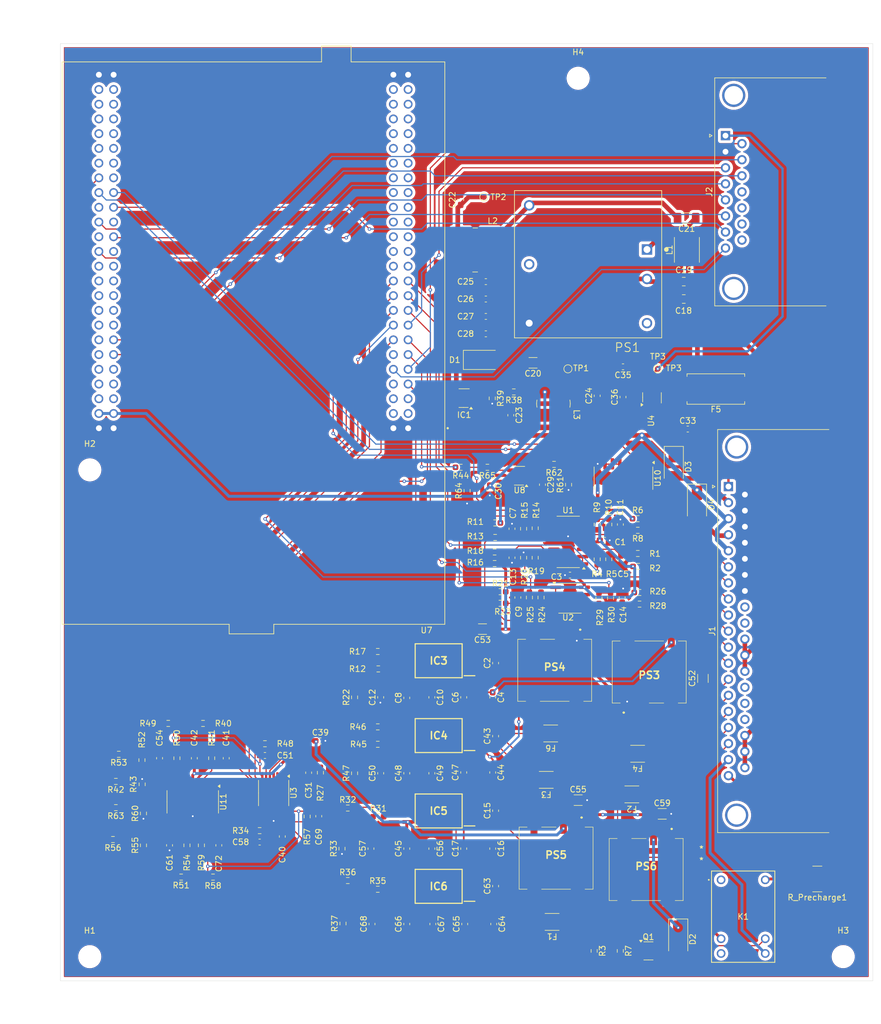
<source format=kicad_pcb>
(kicad_pcb (version 20241229) (generator "pcbnew") (generator_version "9.0")
  (layers (0 "F.Cu" signal) (2 "B.Cu" signal) (13 "F.Paste" user) (15 "B.Paste" user) (5 "F.SilkS" user "F.Silkscreen") (7 "B.SilkS" user "B.Silkscreen") (1 "F.Mask" user) (3 "B.Mask" user) (25 "Edge.Cuts" user))
  (net 0 "")
  (net 1 "+5V")
  (net 2 "GND")
  (net 3 "Voltage1")
  (net 4 "Voltage0")
  (net 5 "+5V_Bat0")
  (net 6 "Net-(U1A-+)")
  (net 7 "Net-(U1C-+)")
  (net 8 "Net-(U2A-+)")
  (net 9 "Net-(U1B-+)")
  (net 10 "Net-(U3A-+)")
  (net 11 "Net-(U1D-+)")
  (net 12 "Net-(U2B-+)")
  (net 13 "Voltage2")
  (net 14 "Voltage3")
  (net 15 "+5V_Bat2")
  (net 16 "+BATT")
  (net 17 "Net-(PS1--VIN)")
  (net 18 "12V_DCDC")
  (net 19 "Net-(PS1-+VIN)")
  (net 20 "Relais_in+")
  (net 21 "Net-(IC1-CB)")
  (net 22 "Net-(IC1-SW)")
  (net 23 "Net-(U8-+)")
  (net 24 "Net-(C31-Pad2)")
  (net 25 "Net-(U3A--)")
  (net 26 "+12V")
  (net 27 "Net-(U11A-+)")
  (net 28 "+5V_Bat1")
  (net 29 "Net-(U3B-+)")
  (net 30 "Net-(C51-Pad2)")
  (net 31 "Net-(U3B--)")
  (net 32 "Net-(U11B-+)")
  (net 33 "Net-(U3C-+)")
  (net 34 "Net-(U3C--)")
  (net 35 "Net-(C58-Pad2)")
  (net 36 "Net-(U11C-+)")
  (net 37 "Voltage4")
  (net 38 "+5V_Bat3")
  (net 39 "Net-(U3D-+)")
  (net 40 "Net-(C69-Pad2)")
  (net 41 "Net-(U3D--)")
  (net 42 "Net-(U11D-+)")
  (net 43 "Net-(D2-A)")
  (net 44 "Net-(J1-Pin_13)")
  (net 45 "-BATT")
  (net 46 "Net-(IC1-FB)")
  (net 47 "Net-(IC3-OUTN)")
  (net 48 "Net-(IC3-OUTP)")
  (net 49 "Net-(IC4-OUTN)")
  (net 50 "Net-(IC4-OUTP)")
  (net 51 "Net-(IC5-OUTN)")
  (net 52 "Net-(IC5-OUTP)")
  (net 53 "Net-(IC6-OUTP)")
  (net 54 "Net-(IC6-OUTN)")
  (net 55 "Temp6")
  (net 56 "Temp4")
  (net 57 "+3.3V")
  (net 58 "Temp2")
  (net 59 "Current")
  (net 61 "Temp1")
  (net 62 "Precharge_out")
  (net 65 "Relais_in-")
  (net 67 "Precharge_in")
  (net 68 "Temp5")
  (net 69 "Temp3")
  (net 71 "Display_RST")
  (net 72 "Display_SCK")
  (net 73 "Display_MOSI")
  (net 74 "Display_CS")
  (net 75 "Display_DC")
  (net 82 "Net-(Q1-G)")
  (net 83 "Precharge_uC")
  (net 84 "Temp1_uC")
  (net 85 "Net-(U1A--)")
  (net 86 "Temp2_uC")
  (net 87 "Net-(U1B--)")
  (net 88 "Temp3_uC")
  (net 89 "Net-(U1C--)")
  (net 90 "Temp4_uC")
  (net 91 "Net-(U1D--)")
  (net 92 "Net-(U2A--)")
  (net 93 "Temp5_uC")
  (net 94 "Temp6_uC")
  (net 95 "Net-(U2B--)")
  (net 96 "Voltage01_uC")
  (net 97 "Net-(U11A--)")
  (net 98 "Current_uC")
  (net 99 "Net-(U8--)")
  (net 100 "Net-(U11B--)")
  (net 101 "Voltage12_uC")
  (net 102 "Net-(U11C--)")
  (net 103 "Voltage23_uC")
  (net 104 "Net-(U11D--)")
  (net 105 "Voltage34_uC")
  (net 169 "Relais-_uC")
  (net 179 "Touchdisplay_y")
  (net 180 "Touchdisplay_y-")
  (net 181 "Touchdisplay_x-")
  (net 183 "Touchdisplay_x")
  (net 187 "Net-(R44-Pad1)")
  (net 189 "Net-(J1-Pin_17)")
  (net 190 "Net-(J1-Pin_16)")
  (net 191 "Net-(J1-Pin_15)")
  (net 192 "Net-(J1-Pin_14)")
  (net 193 "Net-(K1-Pad6)")
  (net 194 "Relais+_uC")
  (footprint "Resistor_SMD:R_0603_1608Metric_Pad0.98x0.95mm_HandSolder" (layer "F.Cu") (at 33.7575 161.79275 180)
    (property "Reference" "R56")
    (property "Value" "1k")
  )
  (footprint "Capacitor_SMD:C_1206_3216Metric_Pad1.33x1.80mm_HandSolder" (layer "F.Cu") (at 106.215 79.57375 180)
    (property "Reference" "C20")
    (property "Value" "1500pF/2kV")
  )
  (footprint "Resistor_SMD:R_0603_1608Metric_Pad0.98x0.95mm_HandSolder" (layer "F.Cu") (at 49.018501 162.79275 90)
    (property "Reference" "R59")
    (property "Value" "1k5")
  )
  (footprint "Capacitor_SMD:C_0603_1608Metric_Pad1.08x0.95mm_HandSolder" (layer "F.Cu") (at 117.2875 85.26375 90)
    (property "Reference" "C24")
    (property "Value" "22u/10V")
  )
  (footprint "Resistor_SMD:R_0603_1608Metric_Pad0.98x0.95mm_HandSolder" (layer "F.Cu") (at 121.26375 181 -90)
    (property "Reference" "R7")
    (property "Value" "330")
  )
  (footprint "Resistor_SMD:R_0603_1608Metric_Pad0.98x0.95mm_HandSolder" (layer "F.Cu") (at 117.28875 107.46 90)
    (property "Reference" "R9")
    (property "Value" "1k")
  )
  (footprint "Capacitor_SMD:C_0603_1608Metric_Pad1.08x0.95mm_HandSolder" (layer "F.Cu") (at 112.5925 116.19 180)
    (property "Reference" "C3")
    (property "Value" "100n")
  )
  (footprint "TestPoint:TestPoint_Pad_D1.0mm" (layer "F.Cu") (at 97.7375 50.97625 180)
    (property "Reference" "TP2")
    (property "Value" "TestPoint")
  )
  (footprint "Resistor_SMD:R_0603_1608Metric_Pad0.98x0.95mm_HandSolder" (layer "F.Cu") (at 102.9025 84.59375 180)
    (property "Reference" "R38")
    (property "Value" "88k7")
  )
  (footprint "Capacitor_SMD:C_0603_1608Metric_Pad1.08x0.95mm_HandSolder" (layer "F.Cu") (at 102.5925 108.19 90)
    (property "Reference" "C7")
    (property "Value" "2u2/6,3V")
  )
  (footprint "Resistor_SMD:R_0603_1608Metric_Pad0.98x0.95mm_HandSolder" (layer "F.Cu") (at 74.26375 168.8625)
    (property "Reference" "R36")
    (property "Value" "3.3k")
  )
  (footprint "Fuse:Fuse_Littelfuse-NANO2-451_453" (layer "F.Cu") (at 124.26375 147 180)
    (property "Reference" "F4")
    (property "Value" "100mA")
  )
  (footprint "Capacitor_SMD:C_0603_1608Metric_Pad1.08x0.95mm_HandSolder" (layer "F.Cu") (at 78.26375 163.3625 90)
    (property "Reference" "C57")
    (property "Value" "330p")
  )
  (footprint "Capacitor_SMD:C_0603_1608Metric_Pad1.08x0.95mm_HandSolder" (layer "F.Cu") (at 121.7375 85.47625 90)
    (property "Reference" "C36")
    (property "Value" "1uF/10V 0603")
  )
  (footprint "Capacitor_SMD:C_0603_1608Metric_Pad1.08x0.95mm_HandSolder" (layer "F.Cu") (at 94.26375 163.3625 90)
    (property "Reference" "C17")
    (property "Value" "100n")
  )
  (footprint "Resistor_SMD:R_0603_1608Metric_Pad0.98x0.95mm_HandSolder" (layer "F.Cu") (at 34.2575 151.76775 180)
    (property "Reference" "R42")
    (property "Value" "1k")
  )
  (footprint "AMC1350:SOIC127P1150X280-8N" (layer "F.Cu") (at 89.93875 130.9575 180)
    (property "Reference" "IC3")
    (property "Value" "AMC1350DWVR" (hide yes))
  )
  (footprint "Resistor_SMD:R_0603_1608Metric_Pad0.98x0.95mm_HandSolder" (layer "F.Cu") (at 99.5925 112.19)
    (property "Reference" "R18")
    (property "Value" "1k5")
  )
  (footprint "Capacitor_SMD:C_0603_1608Metric_Pad1.08x0.95mm_HandSolder" (layer "F.Cu") (at 121.28875 107.46 90)
    (property "Reference" "C11")
    (property "Value" "2u2/6,3V")
  )
  (footprint "Capacitor_SMD:C_0603_1608Metric_Pad1.08x0.95mm_HandSolder" (layer "F.Cu") (at 94.26375 150.225 90)
    (property "Reference" "C47")
    (property "Value" "100n")
  )
  (footprint "Package_TO_SOT_SMD:SOT-23-5_HandSoldering" (layer "F.Cu") (at 126.7375 85.61375 90)
    (property "Reference" "U4")
    (property "Value" "TPS70933DBVT")
  )
  (footprint "Resistor_SMD:R_0603_1608Metric_Pad0.98x0.95mm_HandSolder" (layer "F.Cu") (at 124.28875 108.46 180)
    (property "Reference" "R8")
    (property "Value" "1k5")
  )
  (footprint "Resistor_SMD:R_0603_1608Metric_Pad0.98x0.95mm_HandSolder" (layer "F.Cu") (at 79.43875 142.3625)
    (property "Reference" "R46")
    (property "Value" "3.3k")
  )
  (footprint "Package_TO_SOT_SMD:SOT-23-6_Handsoldering" (layer "F.Cu") (at 94.3325 85.66375 180)
    (property "Reference" "IC1")
    (property "Value" "TPS560430XFDBVT" (hide yes))
  )
  (footprint "R1SE:R1SE0505" (layer "F.Cu") (at 110.19375 165 180)
    (property "Reference" "PS5")
    (property "Value" "R1SE-0505-R" (hide yes))
  )
  (footprint "Resistor_SMD:R_0603_1608Metric_Pad0.98x0.95mm_HandSolder" (layer "F.Cu") (at 98.345 97.59375 180)
    (property "Reference" "R65")
    (property "Value" "DUMMY")
  )
  (footprint "Resistor_SMD:R_0603_1608Metric_Pad0.98x0.95mm_HandSolder" (layer "F.Cu") (at 73.43875 176.275 90)
    (property "Reference" "R37")
    (property "Value" "3.3k")
  )
  (footprint "Capacitor_SMD:C_0805_2012Metric_Pad1.18x1.45mm_HandSolder" (layer "F.Cu") (at 132.22 65.5675)
    (property "Reference" "C19")
    (property "Value" "2,2uF/100V")
  )
  (footprint "Resistor_SMD:R_0603_1608Metric_Pad0.98x0.95mm_HandSolder" (layer "F.Cu") (at 107.5925 120.0525 90)
    (property "Reference" "R24")
    (property "Value" "1k")
  )
  (footprint "Resistor_SMD:R_0603_1608Metric_Pad0.98x0.95mm_HandSolder" (layer "F.Cu") (at 51.018501 168.26775)
    (property "Reference" "R58")
    (property "Value" "DUMMY")
  )
  (footprint "Capacitor_SMD:C_0603_1608Metric_Pad1.08x0.95mm_HandSolder" (layer "F.Cu") (at 94.43875 176.3625 90)
    (property "Reference" "C65")
    (property "Value" "100n")
  )
  (footprint "Connector_Dsub:DSUB-37_Socket_Horizontal_P2.77x2.84mm_EdgePinOffset14.56mm_Housed_MountingHolesOffset15.98mm" (layer "F.Cu") (at 139.92375 100.91375 90)
    (property "Reference" "J1")
    (property "Value" "Conn_01x37")
  )
  (footprint "Capacitor_SMD:C_0603_1608Metric_Pad1.08x0.95mm_HandSolder" (layer "F.Cu") (at 79.93875 137.2675 90)
    (property "Reference" "C12")
    (property "Value" "330p")
  )
  (footprint "STMF407_Disc_Board:MODULE_STM32F407G-DISC1" (layer "F.Cu") (at 58 76.17375 180)
    (property "Reference" "U7")
    (property "Value" "STM32F407G-DISC1")
  )
  (footprint "Resistor_SMD:R_0603_1608Metric_Pad0.98x0.95mm_HandSolder" (layer "F.Cu") (at 116.76375 181 -90)
    (property "Reference" "R3")
    (property "Value" "10k")
  )
  (footprint "R1SE:R1SE0505" (layer "F.Cu") (at 125.73375 166.9625 180)
    (property "Reference" "PS6")
    (property "Value" "R1SE-0505-R" (hide yes))
  )
  (footprint "Resistor_SMD:R_0603_1608Metric_Pad0.98x0.95mm_HandSolder" (layer "F.Cu") (at 39.018501 162.79275 90)
    (property "Reference" "R55")
    (property "Value" "DUMMY")
  )
  (footprint "Resistor_SMD:R_0603_1608Metric_Pad0.98x0.95mm_HandSolder" (layer "F.Cu") (at 105.5925 120.0525 90)
    (property "Reference" "R25")
    (property "Value" "1k")
  )
  (footprint "Capacitor_SMD:C_0603_1608Metric_Pad1.08x0.95mm_HandSolder" (layer "F.Cu") (at 69.2575 157.76775 90)
    (property "Reference" "C69")
    (property "Value" "330p")
  )
  (footprint "Resistor_SMD:R_0603_1608Metric_Pad0.98x0.95mm_HandSolder" (layer "F.Cu") (at 34.7575 147.09375 180)
    (property "Reference" "R53")
    (property "Value" "1k")
  )
  (footprint "Capacitor_SMD:C_0603_1608Metric_Pad1.08x0.95mm_HandSolder" (layer "F.Cu") (at 99.76375 143.9575 90)
    (property "Reference" "C43")
    (property "Value" "1n")
  )
  (footprint "MountingHole:MountingHole_3.5mm" (layer "F.Cu") (at 29.767997 98.036545)
    (property "Reference" "H2")
    (property "Value" "MountingHole")
  )
  (footprint "Capacitor_SMD:C_0603_1608Metric_Pad1.08x0.95mm_HandSolder" (layer "F.Cu") (at 84.43875 137.3625 90)
    (property "Reference" "C8")
    (property "Value" "1µ")
  )
  (footprint "Capacitor_SMD:C_1206_3216Metric_Pad1.33x1.80mm_HandSolder" (layer "F.Cu") (at 128.50375 157.3625)
    (property "Reference" "C59")
    (property "Value" "6,8uF 50V MLCC")
  )
  (footprint "Resistor_SMD:R_0603_1608Metric_Pad0.98x0.95mm_HandSolder" (layer "F.Cu") (at 79.43875 129.3625)
    (property "Reference" "R17")
    (property "Value" "3.3k")
  )
  (footprint "Resistor_SMD:R_0603_1608Metric_Pad0.98x0.95mm_HandSolder" (layer "F.Cu") (at 119.28875 107.46 90)
    (property "Reference" "R10")
    (property "Value" "1k")
  )
  (footprint "Capacitor_SMD:C_0603_1608Metric_Pad1.08x0.95mm_HandSolder" (layer "F.Cu") (at 84.43875 176.3625 90)
    (property "Reference" "C66")
    (property "Value" "1µ")
  )
  (footprint "J1021AS35VDC.20:J1021AS_CRS" (layer "F.Cu") (at 138.65705 168.74375)
    (property "Reference" "K1")
    (property "Value" "J1021AS35VDC.20")
  )
  (footprint "Capacitor_SMD:C_0603_1608Metric_Pad1.08x0.95mm_HandSolder" (layer "F.Cu") (at 67.513501 150.26775 -90)
    (property "Reference" "C31")
    (property "Value" "330p")
  )
  (footprint "Capacitor_SMD:C_0603_1608Metric_Pad1.08x0.95mm_HandSolder" (layer "F.Cu") (at 94.26375 137.2675 90)
    (property "Reference" "C6")
    (property "Value" "100n")
  )
  (footprint "Resistor_SMD:R_0603_1608Metric_Pad0.98x0.95mm_HandSolder" (layer "F.Cu") (at 124.5925 119.19 180)
    (property "Reference" "R26")
    (property "Value" "10k")
  )
  (footprint "Resistor_SMD:R_0603_1608Metric_Pad0.98x0.95mm_HandSolder" (layer "F.Cu") (at 50.793501 147.76775 -90)
    (property "Reference" "R41")
    (property "Value" "1k5")
  )
  (footprint "TestPoint:TestPoint_Pad_D1.0mm" (layer "F.Cu") (at 112.2375 80.61375)
    (property "Reference" "TP1")
    (property "Value" "TestPoint")
  )
  (footprint "Capacitor_SMD:C_0603_1608Metric_Pad1.08x0.95mm_HandSolder" (layer "F.Cu") (at 88.93875 176.3625 -90)
    (property "Reference" "C67")
    (property "Value" "100n")
  )
  (footprint "Resistor_SMD:R_0603_1608Metric_Pad0.98x0.95mm_HandSolder" (layer "F.Cu") (at 39.018501 157.29275 90)
    (property "Reference" "R60")
    (property "Value" "DUMMY")
  )
  (footprint "Capacitor_SMD:C_0603_1608Metric_Pad1.08x0.95mm_HandSolder" (layer "F.Cu") (at 102.3825 88.61375 -90)
    (property "Reference" "C23")
    (property "Value" "0,1u")
  )
  (footprint "Inductor_SMD:L_Coilcraft_XxL4020" (layer "F.Cu") (at 132.7575 60.09375 90)
    (property "Reference" "L1")
    (property "Value" "4,7uH")
  )
  (footprint "Capacitor_SMD:C_1206_3216Metric_Pad1.33x1.80mm_HandSolder" (layer "F.Cu") (at 132.715 54.61375 180)
    (property "Reference" "C21")
    (property "Value" "1500pF/2kV")
  )
  (footprint "Capacitor_SMD:C_0603_1608Metric_Pad1.08x0.95mm_HandSolder" (layer "F.Cu") (at 98.0775 68.57375)
    (property "Reference" "C26")
    (property "Value" "10u/35V")
  )
  (footprint "Resistor_SMD:R_0603_1608Metric_Pad0.98x0.95mm_HandSolder" (layer "F.Cu") (at 99.68 107.19)
    (property "Reference" "R11")
    (property "Value" "10k")
  )
  (footprint "Resistor_SMD:R_0603_1608Metric_Pad0.98x0.95mm_HandSolder" (layer "F.Cu") (at 94.83875 101.65 90)
    (property "Reference" "R64")
    (property "Value" "DUMMY")
  )
  (footprint "Capacitor_SMD:C_0603_1608Metric_Pad1.08x0.95mm_HandSolder" (layer "F.Cu") (at 99.76375 131.3625 90)
    (property "Reference" "C2")
    (property "Value" "1n")
  )
  (footprint "Capacitor_SMD:C_0603_1608Metric_Pad1.08x0.95mm_HandSolder" (layer "F.Cu") (at 99.26375 137.2675 -90)
    (property "Reference" "C4")
    (property "Value" "1µ")
  )
  (footprint "Capacitor_SMD:C_0603_1608Metric_Pad1.08x0.95mm_HandSolder" (layer "F.Cu") (at 53.293501 147.76775 90)
    (property "Reference" "C41")
    (property "Value" "2u2/6,3V")
  )
  (footprint "Resistor_SMD:R_0603_1608Metric_Pad0.98x0.95mm_HandSolder" (layer "F.Cu") (at 124.28875 106.46 180)
    (property "Reference" "R6")
    (property "Value" "10k")
  )
  (footprint "Resistor_SMD:R_0603_1608Metric_Pad0.98x0.95mm_HandSolder" (layer "F.Cu") (at 67.2575 157.81775 -90)
    (property "Reference" "R57")
    (property "Value" "3.3k")
  )
  (footprint "Inductor_SMD:L_Bourns_SDR0604" (layer "F.Cu") (at 109.7375 86.61375 180)
    (property "Reference" "L3")
    (property "Value" "10u")
  )
  (footprint "Capacitor_SMD:C_0603_1608Metric_Pad1.08x0.95mm_HandSolder" (layer "F.Cu") (at 121.37625 113.68625 -90)
    (property "Reference" "C5")
    (property "Value" "2u2/6,3V")
  )
  (footprint "TestPoint:TestPoint_Pad_D1.0mm" (layer "F.Cu") (at 127.7375 80.61375 90)
    (property "Reference" "TP3")
    (property "Value" "TestPoint")
  )
  (footprint "Capacitor_SMD:C_0603_1608Metric_Pad1.08x0.95mm_HandSolder" (layer "F.Cu") (at 99.43875 176.3625 -90)
    (property "Reference" "C64")
    (property "Value" "1µ")
  )
  (footprint "Resistor_SMD:R_0603_1608Metric_Pad0.98x0.95mm_HandSolder" (layer "F.Cu") (at 99.1825 85.70125 -90)
    (property "Reference" "R39")
    (property "Value" "22k1")
  )
  (footprint "Package_SO:SOIC-16_3.9x9.9mm_P1.27mm" (layer "F.Cu") (at 121.81875 99.475 -90)
    (property "Reference" "U10")
    (property "Value" "ULN2003A")
  )
  (footprint "Fuse:Fuseholder_Littelfuse_Nano2_154x" (layer "F.Cu") (at 137.7575 84.09375 180)
    (property "Reference" "F5")
    (property "Value" "1A")
  )
  (footprint "Resistor_SMD:R_0603_1608Metric_Pad0.98x0.95mm_HandSolder" (layer "F.Cu") (at 93.7575 97.59375 180)
    (property "Reference" "R44")
    (property "Value" "100")
  )
  (footprint "Fuse:Fuse_Littelfuse-NANO2-451_453" (layer "F.Cu") (at 109.26375 143.5 180)
    (property "Reference" "F6")
    (property "Value" "100mA")
  )
  (footprint "Capacitor_SMD:C_0603_1608Metric_Pad1.08x0.95mm_HandSolder" (layer "F.Cu") (at 88.76375 163.3625 -90)
    (property "Reference" "C56")
    (property "Value" "100n")
  )
  (footprint "Inductor_SMD:L_Wuerth_WE-PD2-Typ-L" (layer "F.Cu") (at 96.2575 60.11375 180)
    (property "Reference" "L2")
    (property "Value" "220uH")
  )
  (footprint "Diode_SMD:D_SMA" (layer "F.Cu") (at 130.5 97.5 -90)
    (property "Reference" "D3")
    (property "Value" "1N4007")
  )
  (footprint "Resistor_SMD:R_0603_1608Metric_Pad0.98x0.95mm_HandSolder" (layer "F.Cu") (at 59.061001 160.25525)
    (property "Reference" "R34")
    (property "Value" "3.3k")
  )
  (footprint "Resistor_SMD:R_0603_1608Metric_Pad0.98x0.95mm_HandSolder" (layer "F.Cu") (at 75.43875 137.2675 90)
    (property "Reference" "R22")
    (property "Value" "3.3k")
  )
  (footprint "Resistor_SMD:R_0603_1608Metric_Pad0.98x0.95mm_HandSolder" (layer "F.Cu") (at 38.7575 148.09375 -90)
    (property "Reference" "R52")
    (property "Value" "DUMMY")
  )
  (footprint "Resistor_SMD:R_0603_1608Metric_Pad0.98x0.95mm_HandSolder" (layer "F.Cu") (at 79.52625 132.3625)
    (property "Reference" "R12")
    (property "Value" "3.3k")
  )
  (footprint "Resistor_SMD:R_0603_1608Metric_Pad0.98x0.95mm_HandSolder" (layer "F.Cu") (at 45.518501 168.26775 180)
    (property "Reference" "R51")
    (property "Value" "DUMMY")
  )
  (footprint "R1SE:R1SE0505" (layer "F.Cu") (at 109.95375 132.6 180)
    (property "Reference" "PS4")
    (property "Value" "R1SE-0505-R" (hide yes))
  )
  (footprint "Capacitor_SMD:C_0603_1608Metric_Pad1.08x0.95mm_HandSolder" (layer "F.Cu") (at 52.018501 162.79275 -90)
    (property "Reference" "C72")
    (property "Value" "2u2/6,3V")
  )
  (footprint "Resistor_SMD:R_0603_1608Metric_Pad0.98x0.95mm_HandSolder" (layer "F.Cu") (at 119.28875 113.46 -90)
    (property "Reference" "R5")
    (property "Value" "1k")
  )
  (footprint "Capacitor_SMD:C_1206_3216Metric_Pad1.33x1.80mm_HandSolder" (layer "F.Cu") (at 114 155)
    (property "Reference" "C55")
    (property "Value" "6,8uF 50V MLCC")
  )
  (footprint "Capacitor_SMD:C_1206_3216Metric_Pad1.33x1.80mm_HandSolder" (layer "F.Cu") (at 135.52375 134 90)
    (property "Reference" "C52")
    (property "Value" "6,8uF 50V MLCC")
  )
  (footprint "AMC1350:SOIC127P1150X280-8N" (layer "F.Cu") (at 89.93875 156.8625 180)
    (property "Reference" "IC5")
    (property "Value" "AMC1350DWVR" (hide yes))
  )
  (footprint "Resistor_SMD:R_0603_1608Metric_Pad0.98x0.95mm_HandSolder" (layer "F.Cu") (at 38.793501 152.26775 -90)
    (property "Reference" "R43")
    (property "Value" "DUMMY")
  )
  (footprint "Resistor_SMD:R_0603_1608Metric_Pad0.98x0.95mm_HandSolder" (layer "F.Cu") (at 75.43875 150.3625 90)
    (property "Reference" "R47")
    (property "Value" "3.3k")
  )
  (footprint "Capacitor_SMD:C_0603_1608Metric_Pad1.08x0.95mm_HandSolder" (layer "F.Cu") (at 62.973501 161.26775 90)
    (property "Reference" "C40")
    (property "Value" "0.1µ")
  )
  (footprint "Capacitor_SMD:C_0603_1608Metric_Pad1.08x0.95mm_HandSolder" (layer "F.Cu") (at 41.793501 147.76775 90)
    (property "Reference" "C54")
    (property "Value" "2u2/6,3V")
  )
  (footprint "Capacitor_SMD:C_0603_1608Metric_Pad1.08x0.95mm_HandSolder" (layer "F.Cu") (at 43.518501 162.79275 -90)
    (property "Reference" "C61")
    (property "Value" "2u2/6,3V")
  )
  (footprint "Capacitor_SMD:C_0603_1608Metric_Pad1.08x0.95mm_HandSolder" (layer "F.Cu") (at 99.26375 150.225 -90)
    (property "Reference" "C44")
    (property "Value" "1µ")
  )
  (footprint "Capacitor_SMD:C_0603_1608Metric_Pad1.08x0.95mm_HandSolder" (layer "F.Cu") (at 99.76375 156.82 90)
    (property "Reference" "C15")
    (property "Value" "1n")
  )
  (footprint "REC15E:CONV_REC15E-2412SZ" (layer "F.Cu") (at 115.715 62.57375 180)
    (property "Reference" "PS1")
    (property "Value" "REC15E-2412SZ")
  )
  (footprint "Resistor_SMD:R_0603_1608Metric_Pad0.98x0.95mm_HandSolder" (layer "F.Cu") (at 109.845 97.09375 180)
    (property "Reference" "R62")
    (property "Value" "1k5")
  )
  (footprint "Resistor_SMD:R_0603_1608Metric_Pad0.98x0.95mm_HandSolder" (layer "F.Cu") (at 112.345 100.59375 90)
    (property "Reference" "R61")
    (property "Value" "DUMMY")
  )
  (footprint "Capacitor_SMD:C_0603_1608Metric_Pad1.08x0.95mm_HandSolder" (layer "F.Cu") (at 98.0775 74.57375)
    (property "Reference" "C28")
    (property "Value" "10u/35V")
  )
  (footprint "MountingHole:MountingHole_3.5mm" (layer "F.Cu") (at 29.756366 181.991878)
    (property "Reference" "H1")
    (property "Value" "MountingHole")
  )
  (footprint "Capacitor_SMD:C_0603_1608Metric_Pad1.08x0.95mm_HandSolder" (layer "F.Cu") (at 59.973501 147.29275 180)
    (property "Reference" "C51")
    (property "Value" "330p")
  )
  (footprint "Connector_Dsub:DSUB-15_Socket_Horizontal_P2.77x2.84mm_EdgePinOffset14.56mm_Housed_MountingHolesOffset15.98mm" (layer "F.Cu") (at 139.417169 40.39875 90)
    (property "Reference" "J2")
    (property "Value" "Conn_01x15")
  )
  (footprint "MountingHole:MountingHole_3.5mm" (layer "F.Cu") (at 114 30.5)
    (property "Reference" "H4")
    (property "Value" "MountingHole")
  )
  (footprint "Fuse:Fuse_Littelfuse-NANO2-451_453" (layer "F.Cu") (at 108.5 151.5 180)
    (property "Reference" "F3")
    (property "Value" "100mA")
  )
  (footprint "Resistor_SMD:R_0603_1608Metric_Pad0.98x0.95mm_HandSolder" (layer "F.Cu") (at 49.293501 141.76775 180)
    (property "Reference" "R40")
    (property "Value" "DUMMY")
  )
  (footprint "Package_SO:SOIC-14_3.9x8.7mm_P1.27mm" (layer "F.Cu") (at 112.28875 110.46 180)
    (property "Reference" "U1")
    (property "Value" "TLV2404IDR")
  )
  (footprint "AMC1350:SOIC127P1150X280-8N" (layer "F.Cu") (at 89.93875 169.8625 180)
    (property "Reference" "IC6")
    (property "Value" "AMC1350DWVR" (hide yes))
  )
  (footprint "Resistor_SMD:R_0603_1608Metric_Pad0.98x0.95mm_HandSolder" (layer "F.Cu") (at 59.973501 145.26775)
    (property "Reference" "R48")
    (property "Value" "3.3k")
  )
  (footprint "Capacitor_SMD:C_0603_1608Metric_Pad1.08x0.95mm_HandSolder" (layer "F.Cu") (at 79.93875 150.3625 90)
    (property "Reference" "C50")
    (property "Value" "330p")
  )
  (footprint "Capacitor_SMD:C_0603_1608Metric_Pad1.08x0.95mm_HandSolder" (layer "F.Cu") (at 121.5925 120.0525 90)
    (property "Reference" "C14")
    (property "Value" "2u2/6,3V")
  )
  (footprint "Resistor_SMD:R_0603_1608Metric_Pad0.98x0.95mm_HandSolder" (layer "F.Cu") (at 117.28875 113.46 -90)
    (property "Reference" "R4")
    (property "Value" "1k")
  )
  (footprint "Package_SO:SOIC-8_3.9x4.9mm_P1.27mm" (layer "F.Cu") (at 112.5925 120.19)
    (property "Reference" "U2")
    (property "Value" "TLV2402IDR")
  )
  (footprint "Resistor_SMD:R_0603_1608Metric_Pad0.98x0.95mm_HandSolder" (layer "F.Cu") (at 117.5925 120.19 90)
    (property "Reference" "R29")
    (property "Value" "1k")
  )
  (footprint "Capacitor_SMD:C_0603_1608Metric_Pad1.08x0.95mm_HandSolder" (layer "F.Cu") (at 88.76375 150.3625 -90)
    (property "Reference" "C49")
    (property "Value" "100n")
  )
  (footprint "Resistor_SMD:R_0603_1608Metric_Pad0.98x0.95mm_HandSolder" (layer "F.Cu") (at 104.5925 108.19 90)
    (property "Reference" "R15")
    (property "Value" "1k")
  )
  (footprint "Resistor_SMD:R_0603_1608Metric_Pad0.98x0.95mm_HandSolder" (layer "F.Cu") (at 124.37625 114.68625 180)
    (property "Reference" "R2")
    (property "Value" "10k")
  )
  (footprint "Capacitor_SMD:C_0603_1608Metric_Pad1.08x0.95mm_HandSolder" (layer "F.Cu") (at 47.793501 147.76775 90)
    (property "Reference" "C42")
    (property "Value" "100n")
  )
  (footprint "Resistor_SMD:R_0603_1608Metric_Pad0.98x0.95mm_HandSolder" (layer "F.Cu") (at 124.28875 112.46 180)
    (property "Reference" "R1")
    (property "Value" "1k5")
  )
  (footprint "Resistor_SMD:R_0603_1608Metric_Pad0.98x0.95mm_HandSolder" (layer "F.Cu") (at 74.26375 156.3625)
    (property "Reference" "R32")
    (property "Value" "3.3k")
  )
  (footprint "Resistor_SMD:R_0603_1608Metric_Pad0.98x0.95mm_HandSolder" (layer "F.Cu") (at 34.2575 156.29275 180)
    (property "Reference" "R63")
    (property "Value" "1k")
  )
  (footprint "Capacitor_SMD:C_0603_1608Metric_Pad1.08x0.95mm_HandSolder" (layer "F.Cu") (at 121.7375 80.26375 180)
    (property "Reference" "C35")
    (property "Value" "2,2uF/6,3V/X5R 0603")
  )
  (footprint "Capacitor_SMD:C_0603_1608Metric_Pad1.08x0.95mm_HandSolder" (layer "F.Cu") (at 103.5925 120.0525 90)
    (property "Reference" "C9")
    (property "Value" "2u2/6,3V")
  )
  (footprint "Resistor_SMD:R_0603_1608Metric_Pad0.98x0.95mm_HandSolder" (layer "F.Cu") (at 119.5925 120.19 90)
    (property "Reference" "R30")
    (property "Value" "1k")
  )
  (footprint "Capacitor_SMD:C_0603_1608Metric_Pad1.08x0.95mm_HandSolder" (layer "F.Cu") (at 69.538501 144.76775)
    (property "Reference" "C39")
    (property "Value" "0.1µ")
  )
  (footprint "Package_TO_SOT_SMD:SOT-23-5_HandSoldering" (layer "F.Cu") (at 103.88875 99.05 180)
    (property "Reference" "U8")
    (property "Value" "TLV2401")
  )
  (footprint "Resistor_SMD:R_0603_1608Metric_Pad0.98x0.95mm_HandSolder" (layer "F.Cu") (at 79.43875 170.3625)
    (property "Reference" "R35")
    (property "Value" "3.3k")
  )
  (footprint "Package_SO:SOIC-14_3.9x8.7mm_P1.27mm" (layer "F.Cu") (at 47.518501 155.29275 -90)
    (property "Reference" "U11")
    (property "Value" "TLV2404IDR")
  )
  (footprint "Diode_SMD:D_SMA" (layer "F.Cu") (at 131.26375 179 -90)
    (property "Reference" "D2")
    (property "Value" "1N4007")
  )
  (footprint "Capacitor_SMD:C_0603_1608Metric_Pad1.08x0.95mm_HandSolder" (layer "F.Cu") (at 98.0775 71.57375)
    (property "Reference" "C27")
    (property "Value" "10u/35V")
  )
  (footprint "Capacitor_SMD:C_0603_1608Metric_Pad1.08x0.95mm_HandSolder" (layer "F.Cu") (at 99.26375 163.3625 -90)
    (property "Reference" "C16")
    (property "Value" "1µ")
  )
  (footprint "Capacitor_SMD:C_0603_1608Metric_Pad1.08x0.95mm_HandSolder" (layer "F.Cu") (at 59.061001 162.23025 180)
    (property "Reference" "C58")
    (property "Value" "330p")
  )
  (footprint "Fuse:Fuse_Littelfuse-NANO2-451_453" (layer "F.Cu") (at 109.50375 176 180)
    (property "Reference" "F1")
    (property "Value" "100mA")
  )
  (footprint "AMC1350:SOIC127P1150X280-8N" (layer "F.Cu") (at 89.93875 143.8625 180)
    (property "Reference" "IC4")
    (property "Value" "AMC1350DWVR" (hide yes))
  )
  (footprint "Resistor_SMD:R_0603_1608Metric_Pad0.98x0.95mm_HandSolder" (layer "F.Cu") (at 124.5925 121.19 180)
    (property "Reference" "R28")
    (property "Value" "1k5")
  )
  (footprint "Capacitor_SMD:C_0603_1608Metric_Pad1.08x0.95mm_HandSolder" (layer "F.Cu") (at 78.43875 176.3625 90)
    (property "Reference" "C68")
    (property "Value" "330p")
  )
  (footprint "Resistor_SMD:R_0603_1608Metric_Pad0.98x0.95mm_HandSolder" (layer "F.Cu") (at 79.52625 157.8625)
    (property "Reference" "R31")
    (property "Value" "3.3k")
  )
  (footprint "Resistor_SMD:R_0603_1608Metric_Pad0.98x0.95mm_HandSolder" (layer "F.Cu") (at 46.518501 162.79275 90)
    (property "Reference" "R54")
    (property "Value" "1k5")
  )
  (footprint "Capacitor_SMD:C_1206_3216Metric_Pad1.33x1.80mm_HandSolder" (layer "F.Cu") (at 97.5 125.5 180)
    (property "Reference" "C53")
    (property "Value" "6,8uF 50V MLCC")
  )
  (footprint "Resistor_SMD:R_0603_1608Metric_Pad0.98x0.95mm_HandSolder" (layer "F.Cu") (at 100.5925 119.0525)
    (property "Reference" "R21")
    (property "Value" "10k")
  )
  (footprint "Package_TO_SOT_SMD:SOT-23-3" (layer "F.Cu") (at 126.12625 181)
    (property "Reference" "Q1")
    (property "Value" "2N7002KT7G")
  )
  (footprint "Capacitor_SMD:C_0603_1608Metric_Pad1.08x0.95mm_HandSolder" (layer "F.Cu") (at 99.76375 169.82 90)
    (property "Reference" "C63")
    (property "Value" "1n")
  )
  (footprint "Diode_SMD:D_SMA" (layer "F.Cu") (at 134.5 104 -90)
    (property "Reference" "D4")
    (property "Value" "1N4007")
  )
  (footprint "Resistor_SMD:R_0603_1608Metric_Pad0.98x0.95mm_HandSolder" (layer "F.Cu") (at 104.5925 113.19 -90)
    (property "Reference" "R20")
    (property "Value" "1k")
  )
  (footprint "R1SE:R1SE0505" (layer "F.Cu") (at 126.26375 132.9)
    (property "Reference" "PS3")
    (property "Value" "R1SE-0505-R" (hide yes))
  )
  (footprint "Package_SO:TSSOP-14_4.4x5mm_P0.65mm" (layer "F.Cu") (at 61.473501 153.76775 -90)
    (property "Reference" "U3")
    (property "Value" "TLV6004")
  )
  (footprint "Resistor_SMD:R_0603_1608Metric_Pad0.98x0.95mm_HandSolder" (layer "F.Cu") (at 106.5925 108.1025 90)
    (property "Reference" "R14")
    (property "Value" "1k")
  )
  (footprint "Capacitor_SMD:C_0603_1608Metric_Pad1.08x0.95mm_HandSolder" (layer "F.Cu") (at 107.845 100.59375 -90)
    (property "Reference" "C29")
    (property "Value" "2u2/3,6V")
  )
  (footprint "Resistor_SMD:R_0603_1608Metric_Pad0.98x0.95mm_HandSolder" (layer "F.Cu") (at 99.5925 114.19)
    (property "Reference" "R16")
    (property "Value" "10k")
  )
  (footprint "Capacitor_SMD:C_0603_1608Metric_Pad1.08x0.95mm_HandSolder" (layer "F.Cu") (at 84.43875 163.3625 90)
    (property "Reference" "C45")
    (property "Value" "1µ")
  )
  (footprint "Capacitor_SMD:C_0603_1608Metric_Pad1.08x0.95mm_HandSolder" (layer "F.Cu") (at 98.7575 101.59375 -90)
    (property "Reference" "C30")
    (property "Value" "100n")
  )
  (footprint "Resistor_SMD:R_0603_1608Metric_Pad0.98x0.95mm_HandSolder" (layer "F.Cu") (at 100.5925 121.0525)
    (property "Reference" "R23")
    (property "Value" "1k5")
  )
  (footprint "Resistor_SMD:R_0603_1608Metric_Pad0.98x0.95mm_HandSolder" (layer "F.Cu") (at 73.26375 163.3625 90)
    (property "Reference" "R33")
    (property "Value" "3.3k")
  )
  (footprint "Capacitor_SMD:C_0603_1608Metric_Pad1.08x0.95mm_HandSolder" (layer "F.Cu") (at 132.9125 91)
    (property "Reference" "C33")
    (property "Value" "0,1uF")
  )
  (footprint "Fuse:Fuse_Littelfuse-NANO2-451_453" (layer "F.Cu") (at 123.26375 154 180)
    (property "Reference" "F2")
    (property "Value" "100mA")
  )
  (footprint "Capacitor_SMD:C_0603_1608Metric_Pad1.08x0.95mm_HandSolder" (layer "F.Cu") (at 84.43875 150.3625 90)
    (property "Reference" "C48")
    (property "Value" "1µ")
  )
  (footprint "Capacitor_SMD:C_0603_1608Metric_Pad1.08x0.95mm_HandSolder" (layer "F.Cu") (at 88.76375 137.2675 -90)
    (property "Reference" "C10")
    (property "Value" "100n")
  )
  (footprint "Resistor_SMD:R_0603_1608Metric_Pad0.98x0.95mm_HandSolder" (layer "F.Cu") (at 106.5925 113.19 -90)
    (property "Reference" "R19")
    (property "Value" "1k")
  )
  (footprint "Capacitor_SMD:C_0603_1608Metric_Pad1.08x0.95mm_HandSolder" (layer "F.Cu") (at 98.0775 65.57375)
    (property "Reference" "C25")
    (property "Value" "10u/35V")
  )
  (footprint "Capacitor_SMD:C_0603_1608Metric_Pad1.08x0.95mm_HandSolder" (layer "F.Cu") (at 93.7375 51.47625 90)
    (property "Reference" "C22")
    (property "Value" "2u2")
  )
  (footprint "Resistor_SMD:R_0603_1608Metric_Pad0.98x0.95mm_HandSolder" (layer "F.Cu") (at 44.793501 147.76775 -90)
    (property "Reference" "R50")
    (property "Value" "1k5")
  )
  (footprint "Diode_SMD:D_SMA" (layer "F.Cu") (at 97.715 79.07375)
    (property "Reference" "D1")
    (property "Value" "SMAJ24A")
  )
  (footprint "Capacitor_SMD:C_0603_1608Metric_Pad1.08x0.95mm_HandSolder" (layer "F.Cu") (at 118.5925 110.19)
    (property "Reference" "C1")
    (property "Value" "100n")
  )
  (footprint "Capacitor_SMD:C_0603_1608Metric_Pad1.08x0.95mm_HandSolder" (layer "F.Cu") (at 102.5925 113.19 -90)
    (property "Reference" "C13")
    (property "Value" "2u2/6,3V")
  )
  (footprint "Resistor_SMD:R_2816_7142Metric_Pad3.20x4.45mm_HandSolder" (layer "F.Cu") (at 155.2575 168.59375 180)
    (property "Reference" "R_Precharge1")
    (property "Value" "100")
  )
  (footprint "Resistor_SMD:R_0603_1608Metric_Pad0.98x0.95mm_HandSolder" (layer "F.Cu") (at 99.68 109.7)
    (property "Reference" "R13")
    (property "Value" "1k5")
  )
  (footprint "Resistor_SMD:R_0603_1608Metric_Pad0.98x0.95mm_HandSolder" (layer "F.Cu") (at 69.538501 150.26775 90)
    (property "Reference" "R27")
    (property "Value" "3.3k")
  )
  (footprint "MountingHole:MountingHole_3.5mm" (layer "F.Cu") (at 159.723881 181.983757)
    (property "Reference" "H3")
    (property "Value" "MountingHole")
  )
  (footprint "Resistor_SMD:R_0603_1608Metric_Pad0.98x0.95mm_HandSolder" (layer "F.Cu") (at 79.43875 145.3625)
    (property "Reference" "R45")
    (property "Value" "3.3k")
  )
  (footprint "Resistor_SMD:R_0603_1608Metric_Pad0.98x0.95mm_HandSolder" (layer "F.Cu") (at 43.293501 141.76775 180)
    (property "Reference" "R49")
    (property "Value" "DUMMY")
  )
  (footprint "Capacitor_SMD:C_0805_2012Metric_Pad1.18x1.45mm_HandSolder" (layer "F.Cu") (at 132.22 68.5675)
    (property "Reference" "C18")
    (property "Value" "2,2uF/100V")
  )
  (gr_rect (start 25.39252 25.240626) (end 164.03058 185.409566) (stroke (width 0.2)) (fill no) (layer "F.Cu") (net 2))
  (gr_rect (start 24.681216 24.514585) (end 164.83337 186.169897) (stroke (width 0.05)) (fill no) (layer "Edge.Cuts"))
  (segment (start 99.57625 100) (end 98.845 100.73125) (width 0.5) (layer "F.Cu") (net 1))
  (segment (start 87.2325 171.7675) (end 90.26375 168.73625) (width 0.5) (layer "F.Cu") (net 1))
  (segment (start 112.5 155) (end 112.45 155) (width 0.4) (layer "F.Cu") (net 1))
  (segment (start 117.5 86.33875) (end 117.2875 86.12625) (width 0.2) (layer "F.Cu") (net 1))
  (segment (start 84.43875 145.9425) (end 84.61375 145.7675) (width 0.2) (layer "F.Cu") (net 1))
  (segment (start 112.2375 82.16375) (end 112.2375 80.61375) (width 0.5) (layer "F.Cu") (net 1))
  (segment (start 47.793501 148.63025) (end 47.793501 150.40525) (width 0.5) (layer "F.Cu") (net 1))
  (segment (start 66.788501 144.76775) (end 68.676001 144.76775) (width 0.5) (layer "F.Cu") (net 1))
  (segment (start 125.7875 86.96375) (end 125.1625 86.33875) (width 0.4) (layer "F.Cu") (net 1))
  (segment (start 135.52375 135.55) (end 129.45 135.55) (width 0.5) (layer "F.Cu") (net 1))
  (segment (start 101.505 115.19) (end 100.539375 114.224375) (width 0.5) (layer "F.Cu") (net 1))
  (segment (start 86.99625 158.7675) (end 90.26375 155.5) (width 0.5) (layer "F.Cu") (net 1))
  (segment (start 90.26375 142.73625) (end 90.26375 137.905) (width 0.5) (layer "F.Cu") (net 1))
  (segment (start 84.43875 136.5) (end 84.43875 133.0375) (width 0.5) (layer "F.Cu") (net 1))
  (segment (start 90.26375 137.905) (end 88.76375 136.405) (width 0.5) (layer "F.Cu") (net 1))
  (segment (start 122.99375 136) (end 119.72375 136) (width 0.5) (layer "F.Cu") (net 1))
  (segment (start 90.26375 164) (end 88.76375 162.5) (width 0.5) (layer "F.Cu") (net 1))
  (segment (start 116 86.12625) (end 114.5375 84.66375) (width 0.5) (layer "F.Cu") (net 1))
  (segment (start 100.539375 114.224375) (end 100.505 114.19) (width 0.2) (layer "F.Cu") (net 1))
  (segment (start 119.72375 136) (end 111.22375 127.5) (width 0.5) (layer "F.Cu") (net 1))
  (segment (start 88.76375 136.405) (end 84.53375 136.405) (width 0.5) (layer "F.Cu") (net 1))
  (segment (start 62.734817 148.821434) (end 66.788501 144.76775) (width 0.5) (layer "F.Cu") (net 1))
  (segment (start 84.61375 171.7675) (end 84.61375 175.325) (width 0.5) (layer "F.Cu") (net 1))
  (segment (start 90.26375 155.5) (end 90.26375 151) (width 0.5) (layer "F.Cu") (net 1))
  (segment (start 84.43875 149.5) (end 84.43875 145.9425) (width 0.5) (layer "F.Cu") (net 1))
  (segment (start 118.26375 157.5) (end 115 157.5) (width 0.5) (layer "F.Cu") (net 1))
  (segment (start 114.5375 84.66375) (end 109.7375 84.66375) (width 0.5) (layer "F.Cu") (net 1))
  (segment (start 88.93875 175.5) (end 84.43875 175.5) (width 0.5) (layer "F.Cu") (net 1))
  (segment (start 85.21375 145.7675) (end 87.2325 145.7675) (width 0.5) (layer "F.Cu") (net 1))
  (segment (start 84.61375 158.7675) (end 86.99625 158.7675) (width 0.5) (layer "F.Cu") (net 1))
  (segment (start 84.61375 145.7675) (end 85.21375 145.7675) (width 0.2) (layer "F.Cu") (net 1))
  (segment (start 127 138) (end 124.99375 138) (width 0.5) (layer "F.Cu") (net 1))
  (segment (start 111.76375 155.68625) (end 111.76375 159.6) (width 0.5) (layer "F.Cu") (net 1))
  (segment (start 103.815 84.59375) (end 109.6675 84.59375) (width 0.5) (layer "F.Cu") (net 1))
  (segment (start 124.26375 157.5) (end 126.81625 157.5) (width 0.5) (layer "F.Cu") (net 1))
  (segment (start 111.76375 159.6) (end 111.46375 159.9) (width 0.5) (layer "F.Cu") (net 1))
  (segment (start 117.46 110.46) (end 117.73 110.19) (width 0.2) (layer "F.Cu") (net 1))
  (segment (start 127.26375 161.6025) (end 127.00375 161.8625) (width 0.2) (layer "F.Cu") (net 1))
  (segment (start 47.518501 150.68025) (end 47.518501 152.81775) (width 0.5) (layer "F.Cu") (net 1))
  (segment (start 109.6875 84.61375) (end 109.7375 84.66375) (width 0.2) (layer "F.Cu") (net 1))
  (segment (start 61.473501 150.102882) (end 61.473501 150.90525) (width 0.4) (layer "F.Cu") (net 1))
  (segment (start 84.43875 162.5) (end 84.43875 158.9425) (width 0.5) (layer "F.Cu") (net 1))
  (segment (start 62.734817 148.841566) (end 61.473501 150.102882) (width 0.4) (layer "F.Cu") (net 1))
  (segment (start 102.53875 100) (end 99.57625 100) (width 0.5) (layer "F.Cu") (net 1))
  (segment (start 127.26375 157.74) (end 127.26375 161.6025) (width 0.5) (layer "F.Cu") (net 1))
  (segment (start 88.76375 162.5) (end 84.43875 162.5) (width 0.5) (layer "F.Cu") (net 1))
  (segment (start 109.22375 125.5) (end 111.22375 127.5) (width 0.5) (layer "F.Cu") (net 1))
  (segment (start 124.99375 138) (end 122.99375 136) (width 0.5) (layer "F.Cu") (net 1))
  (segment (start 88.76375 136.405) (end 88.76375 131.5) (width 0.5) (layer "F.Cu") (net 1))
  (segment (start 136.7533 177) (end 131.26375 177) (width 0.5) (layer "F.Cu") (net 1))
  (segment (start 101.505 118.5) (end 101.505 115.19) (width 0.5) (layer "F.Cu") (net 1))
  (segment (start 84.43875 158.9425) (end 84.61375 158.7675) (width 0.2) (layer "F.Cu") (net 1))
  (segment (start 116.30835 105) (end 115.30835 104) (width 0.5) (layer "F.Cu") (net 1))
  (segment (start 90.26375 168.73625) (end 90.26375 164) (width 0.5) (layer "F.Cu") (net 1))
  (segment (start 106.53875 104) (end 102.53875 100) (width 0.5) (layer "F.Cu") (net 1))
  (segment (start 114.76375 110.46) (end 117.46 110.46) (width 0.5) (layer "F.Cu") (net 1))
  (segment (start 84.61375 171.7675) (end 85.21375 171.7675) (width 0.2) (layer "F.Cu") (net 1))
  (segment (start 115.0675 117.8025) (end 113.455 116.19) (width 0.5) (layer "F.Cu") (net 1))
  (segment (start 129.45 135.55) (end 127 138) (width 0.5) (layer "F.Cu") (net 1))
  (segment (start 117.2875 86.12625) (end 116 86.12625) (width 0.5) (layer "F.Cu") (net 1))
  (segment (start 103.835 84.61375) (end 103.815 84.59375) (width 0.2) (layer "F.Cu") (net 1))
  (segment (start 138.65705 178.90375) (end 136.7533 177) (width 0.5) (layer "F.Cu") (net 1))
  (segment (start 90.26375 151) (end 88.76375 149.5) (width 0.5) (layer "F.Cu") (net 1))
  (segment (start 125.1625 86.33875) (end 121.7375 86.33875) (width 0.4) (layer "F.Cu") (net 1))
  (segment (start 88.76375 149.5) (end 84.43875 149.5) (width 0.5) (layer "F.Cu") (net 1))
  (segment (start 112.45 155) (end 111.76375 155.68625) (width 0.5) (layer "F.Cu") (net 1))
  (segment (start 126.81625 157.5) (end 126.95375 157.3625) (width 0.4) (layer "F.Cu") (net 1))
  (segment (start 115.30835 104) (end 106.53875 104) (width 0.5) (layer "F.Cu") (net 1))
  (segment (start 121.7375 86.33875) (end 117.5 86.33875) (width 0.5) (layer "F.Cu") (net 1))
  (segment (start 88.76375 131.5) (end 93.26375 127) (width 0.5) (layer "F.Cu") (net 1))
  (segment (start 121.91625 105) (end 116.30835 105) (width 0.5) (layer "F.Cu") (net 1))
  (segment (start 109.7375 84.66375) (end 112.2375 82.16375) (width 0.5) (layer "F.Cu") (net 1))
  (segment (start 115.0675 118.285) (end 115.0675 117.8025) (width 0.5) (layer "F.Cu") (net 1))
  (segment (start 108.2575 84.61375) (end 110.3825 84.61375) (width 0.2) (layer "F.Cu") (net 1))
  (segment (start 109.6675 84.59375) (end 109.7375 84.66375) (width 0.2) (layer "F.Cu") (net 1))
  (segment (start 108.7375 84.61375) (end 109.6875 84.61375) (width 0.2) (layer "F.Cu") (net 1))
  (segment (start 62.734817 148.841566) (end 62.734817 148.821434) (width 0.5) (layer "F.Cu") (net 1))
  (segment (start 84.43875 133.0375) (end 84.61375 132.8625) (width 0.2) (layer "F.Cu") (net 1))
  (segment (start 85.21375 171.7675) (end 87.2325 171.7675) (width 0.5) (layer "F.Cu") (net 1))
  (segment (start 87.2325 145.7675) (end 90.26375 142.73625) (width 0.5) (layer "F.Cu") (net 1))
  (segment (start 84.53375 136.405) (end 84.43875 136.5) (width 0.2) (layer "F.Cu") (net 1))
  (segment (start 123.37625 106.46) (end 121.91625 105) (width 0.5) (layer "F.Cu") (net 1))
  (segment (start 47.793501 150.40525) (end 47.518501 150.68025) (width 0.4) (layer "F.Cu") (net 1))
  (segment (start 97.55 127) (end 99.05 125.5) (width 0.5) (layer "F.Cu") (net 1))
  (segment (start 99.05 125.5) (end 101.505 125.5) (width 0.5) (layer "F.Cu") (net 1))
  (segment (start 115 157.5) (end 112.5 155) (width 0.5) (layer "F.Cu") (net 1))
  (segment (start 101.505 125.5) (end 109.22375 125.5) (width 0.5) (layer "F.Cu") (net 1))
  (segment (start 93.26375 127) (end 97.55 127) (width 0.5) (layer "F.Cu") (net 1))
  (via (at 108.2575 84.61375) (size 0.8) (drill 0.4) (layers "F.Cu" "B.Cu") (net 1))
  (via (at 101.505 118.5) (size 0.6) (drill 0.3) (layers "F.Cu" "B.Cu") (net 1))
  (via (at 127.00375 161.8625) (size 0.6) (drill 0.3) (layers "F.Cu" "B.Cu") (net 1))
  (via (at 115.0675 118.285) (size 0.6) (drill 0.3) (layers "F.Cu" "B.Cu") (net 1))
  (via (at 117.73 110.19) (size 0.6) (drill 0.3) (layers "F.Cu" "B.Cu") (net 1))
  (via (at 100.5925 107.19) (size 0.6) (drill 0.3) (layers "F.Cu" "B.Cu") (net 1))
  (via (at 62.734817 148.841566) (size 0.6) (drill 0.3) (layers "F.Cu" "B.Cu") (net 1))
  (via (at 101.505 125.5) (size 0.6) (drill 0.3) (layers "F.Cu" "B.Cu") (net 1))
  (via (at 123.68 119.19) (size 0.6) (drill 0.3) (layers "F.Cu" "B.Cu") (net 1))
  (via (at 68.798501 144.90525) (size 0.6) (drill 0.3) (layers "F.Cu" "B.Cu") (net 1))
  (via (at 123.37625 106.46) (size 0.6) (drill 0.3) (layers "F.Cu" "B.Cu") (net 1))
  (via (at 118.26375 157.5) (size 0.6) (drill 0.3) (layers "F.Cu" "B.Cu") (net 1))
  (via (at 123.46375 114.68625) (size 0.6) (drill 0.3) (layers "F.Cu" "B.Cu") (net 1))
  (via (at 124.26375 157.5) (size 0.6) (drill 0.3) (layers "F.Cu" "B.Cu") (net 1))
  (via (at 47.793501 150.40525) (size 0.6) (drill 0.3) (layers "F.Cu" "B.Cu") (net 1))
  (via (at 131.26375 177) (size 0.6) (drill 0.3) (layers "F.Cu" "B.Cu") (net 1))
  (via (at 111.46375 159.9) (size 0.6) (drill 0.3) (layers "F.Cu" "B.Cu") (net 1))
  (via (at 98.845 100.73125) (size 0.6) (drill 0.3) (layers "F.Cu" "B.Cu") (net 1))
  (via (at 84.61375 158.7675) (size 0.6) (drill 0.3) (layers "F.Cu" "B.Cu") (net 1))
  (segment (start 80.43125 158.7675) (end 84.61375 158.7675) (width 0.5) (layer "B.Cu") (net 1))
  (segment (start 34.2575 88.31375) (end 39.4775 88.31375) (width 0.5) (layer "B.Cu") (net 1))
  (segment (start 123.76375 114.98625) (end 123.76375 119.10625) (width 0.5) (layer "B.Cu") (net 1))
  (segment (start 110.36375 161) (end 111.46375 159.9) (width 0.5) (layer "B.Cu") (net 1))
  (segment (start 123.46375 114.68625) (end 122.22625 114.68625) (width 0.5) (layer "B.Cu") (net 1))
  (segment (start 84.61375 158.7675) (end 86.84625 161) (width 0.5) (layer "B.Cu") (net 1))
  (segment (start 127.00375 161.8625) (end 127.00375 172.74) (width 0.5) (layer "B.Cu") (net 1))
  (segment (start 127.00375 172.74) (end 131.26375 177) (width 0.5) (layer "B.Cu") (net 1))
  (segment (start 123.76375 119.10625) (end 123.68 119.19) (width 0.2) (layer "B.Cu") (net 1))
  (segment (start 100.5925 102.47875) (end 100.5925 107.19) (width 0.5) (layer "B.Cu") (net 1))
  (segment (start 108.2575 84.61375) (end 108.2575 91.31875) (width 0.5) (layer "B.Cu") (net 1))
  (segment (start 123.37625 106.46) (end 121.91625 105) (width 0.5) (layer "B.Cu") (net 1))
  (segment (start 120.26375 105) (end 117.73 107.53375) (width 0.5) (layer "B.Cu") (net 1))
  (segment (start 117.73 107.53375) (end 117.73 110.19) (width 0.5) (layer "B.Cu") (net 1))
  (segment (start 98.845 100.73125) (end 100.5925 102.47875) (width 0.5) (layer "B.Cu") (net 1))
  (segment (start 122.87 120) (end 116.7825 120) (width 0.5) (layer "B.Cu") (net 1))
  (segment (start 96.9825 102.59375) (end 53.7575 102.59375) (width 0.5) (layer "B.Cu") (net 1))
  (segment (start 68.798501 147.134751) (end 80.43125 158.7675) (width 0.5) (layer "B.Cu") (net 1))
  (segment (start 108.2575 91.31875) (end 96.9825 102.59375) (width 0.5) (layer "B.Cu") (net 1))
  (segment (start 101.72 118.285) (end 101.505 118.5) (width 0.5) (layer "B.Cu") (net 1))
  (segment (start 31.7175 88.31375) (end 34.2575 88.31375) (width 0.5) (layer "B.Cu") (net 1))
  (segment (start 124.26375 157.5) (end 118.26375 157.5) (width 0.5) (layer "B.Cu") (net 1))
  (segment (start 121.91625 105) (end 120.26375 105) (width 0.5) (layer "B.Cu") (net 1))
  (segment (start 101.505 125.5) (end 101.505 118.5) (width 0.5) (layer "B.Cu") (net 1))
  (segment (start 123.46375 114.68625) (end 123.76375 114.98625) (width 0.2) (layer "B.Cu") (net 1))
  (segment (start 86.84625 161) (end 110.36375 161) (width 0.5) (layer "B.Cu") (net 1))
  (segment (start 116.7825 120) (end 115.0675 118.285) (width 0.5) (layer "B.Cu") (net 1))
  (segment (start 122.22625 114.68625) (end 117.73 110.19) (width 0.5) (layer "B.Cu") (net 1))
  (segment (start 62.734817 148.841566) (end 61.171133 150.40525) (width 0.5) (layer "B.Cu") (net 1))
  (segment (start 39.4775 88.31375) (end 53.7575 102.59375) (width 0.5) (layer "B.Cu") (net 1))
  (segment (start 68.798501 144.90525) (end 68.798501 147.134751) (width 0.5) (layer "B.Cu") (net 1))
  (segment (start 61.171133 150.40525) (end 47.793501 150.40525) (width 0.5) (layer "B.Cu") (net 1))
  (segment (start 123.68 119.19) (end 122.87 120) (width 0.5) (layer "B.Cu") (net 1))
  (segment (start 115.0675 118.285) (end 101.72 118.285) (width 0.5) (layer "B.Cu") (net 1))
  (segment (start 111.30375 110.46) (end 112.26375 109.5) (width 0.3) (layer "F.Cu") (net 2))
  (segment (start 94.83875 103.83875) (end 94.83875 102.5625) (width 0.3) (layer "F.Cu") (net 2))
  (segment (start 52.018501 168.18025) (end 51.931001 168.26775) (width 0.2) (layer "F.Cu") (net 2))
  (segment (start 84.634989 167.936261) (end 84.61375 167.9575) (width 0.2) (layer "F.Cu") (net 2))
  (segment (start 133.825 91.19875) (end 133.825 91) (width 0.4) (layer "F.Cu") (net 2))
  (segment (start 84.43875 154.7825) (end 84.61375 154.9575) (width 0.2) (layer "F.Cu") (net 2))
  (segment (start 84.43875 167.7825) (end 84.61375 167.9575) (width 0.2) (layer "F.Cu") (net 2))
  (segment (start 62.973501 160.08025) (end 62.973501 160.40525) (width 0.2) (layer "F.Cu") (net 2))
  (segment (start 121.26375 114.66125) (end 121.37625 114.54875) (width 0.2) (layer "F.Cu") (net 2))
  (segment (start 121.26375 115.5) (end 121.26375 114.66125) (width 0.3) (layer "F.Cu") (net 2))
  (segment (start 78.21375 164.275) (end 78.26375 164.225) (width 0.2) (layer "F.Cu") (net 2))
  (segment (start 78.40125 177.1875) (end 78.43875 177.225) (width 0.2) (layer "F.Cu") (net 2))
  (segment (start 79.88875 138.18) (end 79.93875 138.13) (width 0.2) (layer "F.Cu") (net 2))
  (segment (start 109.81375 110.46) (end 111.30375 110.46) (width 0.3) (layer "F.Cu") (net 2))
  (segment (start 99.715 79.07375) (end 99.715 78.71125) (width 0.2) (layer "F.Cu") (net 2))
  (segment (start 88.66875 138.225) (end 88.76375 138.13) (width 0.2) (layer "F.Cu") (net 2))
  (segment (start 142.76375 100.1375) (end 133.825 91.19875) (width 0.4) (layer "F.Cu") (net 2))
  (segment (start 39.068501 163.65525) (end 39.018501 163.70525) (width 0.2) (layer "F.Cu") (net 2))
  (segment (start 84.43875 141.7825) (end 84.61375 141.9575) (width 0.2) (layer "F.Cu") (net 2))
  (segment (start 61.473501 158.58025) (end 62.973501 160.08025) (width 0.3) (layer "F.Cu") (net 2))
  (segment (start 61.473501 158.58025) (end 61.473501 156.63025) (width 0.3) (layer "F.Cu") (net 2))
  (segment (start 142.76375 102.46) (end 142.76375 100.1375) (width 0.4) (layer "F.Cu") (net 2))
  (via (at 61.473501 158.58025) (size 0.6) (drill 0.3) (layers "F.Cu" "B.Cu") (net 2))
  (via (at 43.518501 163.65525) (size 0.6) (drill 0.3) (layers "F.Cu" "B.Cu") (net 2))
  (via (at 102.5925 114.0525) (size 0.6) (drill 0.3) (layers "F.Cu" "B.Cu") (net 2))
  (via (at 112.345 101.50625) (size 0.6) (drill 0.3) (layers "F.Cu" "B.Cu") (net 2))
  (via (at 115.55 155) (size 0.6) (drill 0.3) (layers "F.Cu" "B.Cu") (net 2))
  (via (at 130.05375 157.3625) (size 0.6) (drill 0.3) (layers "F.Cu" "B.Cu") (net 2))
  (via (at 39.018501 158.20525) (size 0.6) (drill 0.3) (layers "F.Cu" "B.Cu") (net 2))
  (via (at 121.28875 106.5975) (size 0.6) (drill 0.3) (layers "F.Cu" "B.Cu") (net 2))
  (via (at 117.37375 97) (size 0.6) (drill 0.3) (layers "F.Cu" "B.Cu") (net 2))
  (via (at 113.76375 127.5) (size 0.6) (drill 0.3) (layers "F.Cu" "B.Cu") (net 2))
  (via (at 121.76375 118.5) (size 0.6) (drill 0.3) (layers "F.Cu" "B.Cu") (net 2))
  (via (at 79.88875 138.18) (size 0.6) (drill 0.3) (layers "F.Cu" "B.Cu") (net 2))
  (via (at 104.5925 112.2775) (size 0.6) (drill 0.3) (layers "F.Cu" "B.Cu") (net 2))
  (via (at 112.26375 109.5) (size 0.6) (drill 0.3) (layers "F.Cu" "B.Cu") (net 2))
  (via (at 94.83875 103.83875) (size 0.6) (drill 0.3) (layers "F.Cu" "B.Cu") (net 2))
  (via (at 111.73 116.19) (size 0.6) (drill 0.3) (layers "F.Cu" "B.Cu") (net 2))
  (via (at 102.5925 107.3275) (size 0.6) (drill 0.3) (layers "F.Cu" "B.Cu") (net 2))
  (via (at 119.455 110.19) (size 0.6) (drill 0.3) (layers "F.Cu" "B.Cu") (net 2))
  (via (at 121.26375 115.5) (size 0.6) (drill 0.3) (layers "F.Cu" "B.Cu") (net 2))
  (via (at 98.7575 102.45625) (size 0.6) (drill 0.3) (layers "F.Cu" "B.Cu") (net 2))
  (via (at 70.401001 144.76775) (size 0.6) (drill 0.3) (layers "F.Cu" "B.Cu") (net 2))
  (via (at 38.793501 151.35525) (size 0.6) (drill 0.3) (layers "F.Cu" "B.Cu") (net 2))
  (via (at 73.26375 164.275) (size 0.6) (drill 0.3) (layers "F.Cu" "B.Cu") (net 2))
  (via (at 122.45375 138) (size 0.6) (drill 0.3) (layers "F.Cu" "B.Cu") (net 2))
  (via (at 47.518501 157.76775) (size 0.6) (drill 0.3) (layers "F.Cu" "B.Cu") (net 2))
  (via (at 99.1825 86.61375) (size 0.6) (drill 0.3) (layers "F.Cu" "B.Cu") (net 2))
  (segment (start 106.14375 127.5) (end 106.14375 129.62) (width 0.2) (layer "F.Cu") (net 3))
  (segment (start 99.76375 132.225) (end 95.89625 132.225) (width 0.2) (layer "F.Cu") (net 3))
  (segment (start 95.26375 143.2275) (end 94.66375 143.2275) (width 0.2) (layer "F.Cu") (net 3))
  (segment (start 103.53875 132.225) (end 99.76375 132.225) (width 0.2) (layer "F.Cu") (net 3))
  (segment (start 92.75375 149.5775) (end 94.26375 151.0875) (width 0.2) (layer "F.Cu") (net 3))
  (segment (start 91.50375 138.1975) (end 95.26375 141.9575) (width 0.2) (layer "F.Cu") (net 3))
  (segment (start 95.89625 132.225) (end 95.26375 131.5925) (width 0.2) (layer "F.Cu") (net 3))
  (segment (start 99.26375 151.0875) (end 94.26375 151.0875) (width 0.2) (layer "F.Cu") (net 3))
  (segment (start 105.64375 128) (end 94.46425 128) (width 0.2) (layer "F.Cu") (net 3))
  (segment (start 103.66875 147) (end 99.76375 143.095) (width 0.2) (layer "F.Cu") (net 3))
  (segment (start 94.66375 143.2275) (end 92.75375 145.1375) (width 0.2) (layer "F.Cu") (net 3))
  (segment (start 99.76375 143.095) (end 95.39625 143.095) (width 0.2) (layer "F.Cu") (net 3))
  (segment (start 121.80875 147) (end 103.66875 147) (width 0.2) (layer "F.Cu") (net 3))
  (segment (start 92.75375 145.1375) (end 92.75375 149.5775) (width 0.2) (layer "F.Cu") (net 3))
  (segment (start 94.46425 128) (end 91.50375 130.9605) (width 0.2) (layer "F.Cu") (net 3))
  (segment (start 91.50375 130.9605) (end 91.50375 138.1975) (width 0.2) (layer "F.Cu") (net 3))
  (segment (start 95.39625 143.095) (end 95.26375 143.2275) (width 0.2) (layer "F.Cu") (net 3))
  (segment (start 106.14375 129.62) (end 103.53875 132.225) (width 0.2) (layer "F.Cu") (net 3))
  (segment (start 106.14375 127.5) (end 105.64375 128) (width 0.2) (layer "F.Cu") (net 3))
  (segment (start 95.26375 143.2275) (end 95.26375 141.9575) (width 0.2) (layer "F.Cu") (net 3))
  (segment (start 99.26375 140) (end 99.26375 138.13) (width 0.2) (layer "F.Cu") (net 4))
  (segment (start 92.75375 136.62) (end 92.75375 131.3625) (width 0.2) (layer "F.Cu") (net 4))
  (segment (start 94.26375 138.13) (end 92.75375 136.62) (width 0.2) (layer "F.Cu") (net 4))
  (segment (start 102.76375 143.5) (end 99.26375 140) (width 0.2) (layer "F.Cu") (net 4))
  (segment (start 95.44125 130.5) (end 95.26375 130.3225) (width 0.2) (layer "F.Cu") (net 4))
  (segment (start 128.07375 140) (end 110.30875 140) (width 0.2) (layer "F.Cu") (net 4))
  (segment (start 95.26375 130.3225) (end 95.26375 129.0525) (width 0.2) (layer "F.Cu") (net 4))
  (segment (start 93.79375 130.3225) (end 95.26375 130.3225) (width 0.2) (layer "F.Cu") (net 4))
  (segment (start 110.30875 140) (end 106.80875 143.5) (width 0.2) (layer "F.Cu") (net 4))
  (segment (start 92.75375 131.3625) (end 93.79375 130.3225) (width 0.2) (layer "F.Cu") (net 4))
  (segment (start 94.26375 138.13) (end 99.26375 138.13) (width 0.2) (layer "F.Cu") (net 4))
  (segment (start 99.76375 130.5) (end 95.44125 130.5) (width 0.2) (layer "F.Cu") (net 4))
  (segment (start 106.80875 143.5) (end 102.76375 143.5) (width 0.2) (layer "F.Cu") (net 4))
  (segment (start 130.07375 138) (end 128.07375 140) (width 0.2) (layer "F.Cu") (net 4))
  (segment (start 94.26375 135.8725) (end 95.26375 134.8725) (width 0.3) (layer "F.Cu") (net 5))
  (segment (start 95.26375 134.8725) (end 95.26375 132.8625) (width 0.3) (layer "F.Cu") (net 5))
  (segment (start 94.26375 136.405) (end 94.26375 135.8725) (width 0.2) (layer "F.Cu") (net 5))
  (segment (start 94.26375 136.405) (end 99.26375 136.405) (width 0.3) (layer "F.Cu") (net 5))
  (via (at 99.26375 136.405) (size 0.6) (drill 0.3) (layers "F.Cu" "B.Cu") (net 5))
  (via (at 130.07375 127.8) (size 0.6) (drill 0.3) (layers "F.Cu" "B.Cu") (net 5))
  (segment (start 101.16875 134.5) (end 123.37375 134.5) (width 0.3) (layer "B.Cu") (net 5))
  (segment (start 123.37375 134.5) (end 130.07375 127.8) (width 0.3) (layer "B.Cu") (net 5))
  (segment (start 99.26375 136.405) (end 101.16875 134.5) (width 0.3) (layer "B.Cu") (net 5))
  (segment (start 121.925 112.82375) (end 122.28875 112.46) (width 0.2) (layer "F.Cu") (net 6))
  (segment (start 120.2825 111.73) (end 121.37625 112.82375) (width 0.2) (layer "F.Cu") (net 6))
  (segment (start 114.89625 111.5975) (end 114.76375 111.73) (width 0.2) (layer "F.Cu") (net 6))
  (segment (start 114.76375 111.73) (end 120.2825 111.73) (width 0.2) (layer "F.Cu") (net 6))
  (segment (start 122.28875 112.46) (end 123.37625 112.46) (width 0.2) (layer "F.Cu") (net 6))
  (segment (start 121.37625 112.82375) (end 121.925 112.82375) (width 0.2) (layer "F.Cu") (net 6))
  (segment (start 103.431 109.891) (end 108.137751 109.891) (width 0.2) (layer "F.Cu") (net 7))
  (segment (start 100.5925 109.7) (end 101.945 109.7) (width 0.2) (layer "F.Cu") (net 7))
  (segment (start 102.5925 109.0525) (end 103.431 109.891) (width 0.2) (layer "F.Cu") (net 7))
  (segment (start 101.945 109.7) (end 102.5925 109.0525) (width 0.2) (layer "F.Cu") (net 7))
  (segment (start 108.838751 109.19) (end 109.81375 109.19) (width 0.2) (layer "F.Cu") (net 7))
  (segment (start 108.137751 109.891) (end 108.838751 109.19) (width 0.2) (layer "F.Cu") (net 7))
  (segment (start 108.059634 121.7535) (end 108.988134 120.825) (width 0.2) (layer "F.Cu") (net 8))
  (segment (start 101.505 121.0525) (end 103.455 121.0525) (width 0.2) (layer "F.Cu") (net 8))
  (segment (start 108.988134 120.825) (end 110.1175 120.825) (width 0.2) (layer "F.Cu") (net 8))
  (segment (start 104.431 121.7535) (end 108.059634 121.7535) (width 0.2) (layer "F.Cu") (net 8))
  (segment (start 103.455 121.0525) (end 103.5925 120.915) (width 0.2) (layer "F.Cu") (net 8))
  (segment (start 103.5925 120.915) (end 104.431 121.7535) (width 0.2) (layer "F.Cu") (net 8))
  (segment (start 123.37625 108.46) (end 121.42625 108.46) (width 0.2) (layer "F.Cu") (net 9))
  (segment (start 120.42125 109.19) (end 114.76375 109.19) (width 0.2) (layer "F.Cu") (net 9))
  (segment (start 121.28875 108.3225) (end 120.42125 109.19) (width 0.2) (layer "F.Cu") (net 9))
  (segment (start 121.42625 108.46) (end 121.28875 108.3225) (width 0.2) (layer "F.Cu") (net 9))
  (segment (start 79.93875 136.405) (end 79.29625 136.405) (width 0.2) (layer "F.Cu") (net 10))
  (segment (start 58.272501 150.96162) (end 59.404631 152.09375) (width 0.2) (layer "F.Cu") (net 10))
  (segment (start 62.123501 151.727749) (end 62.123501 150.90525) (width 0.2) (layer "F.Cu") (net 10))
  (segment (start 75.43875 136.355) (end 66.718117 136.355) (width 0.2) (layer "F.Cu") (net 10))
  (segment (start 58.272501 144.800616) (end 58.272501 150.96162) (width 0.2) (layer "F.Cu") (net 10))
  (segment (start 61.7575 152.09375) (end 62.123501 151.727749) (width 0.2) (layer "F.Cu") (net 10))
  (segment (start 78.61375 132.3625) (end 79.93875 133.6875) (width 0.2) (layer "F.Cu") (net 10))
  (segment (start 79.29625 136.405) (end 79.24625 136.355) (width 0.2) (layer "F.Cu") (net 10))
  (segment (start 59.404631 152.09375) (end 61.7575 152.09375) (width 0.2) (layer "F.Cu") (net 10))
  (segment (start 79.24625 136.355) (end 75.43875 136.355) (width 0.2) (layer "F.Cu") (net 10))
  (segment (start 66.718117 136.355) (end 58.272501 144.800616) (width 0.2) (layer "F.Cu") (net 10))
  (segment (start 79.93875 133.6875) (end 79.93875 136.405) (width 0.2) (layer "F.Cu") (net 10))
  (segment (start 103.73 111.19) (end 102.5925 112.3275) (width 0.2) (layer "F.Cu") (net 11))
  (segment (start 102.455 112.19) (end 102.5925 112.3275) (width 0.2) (layer "F.Cu") (net 11))
  (segment (start 109.81375 111.73) (end 108.1325 111.73) (width 0.2) (layer "F.Cu") (net 11))
  (segment (start 100.505 112.19) (end 102.455 112.19) (width 0.2) (layer "F.Cu") (net 11))
  (segment (start 108.1325 111.73) (end 107.5925 111.19) (width 0.2) (layer "F.Cu") (net 11))
  (segment (start 107.5925 111.19) (end 103.73 111.19) (width 0.2) (layer "F.Cu") (net 11))
  (segment (start 121.5925 120.915) (end 120.4125 122.095) (width 0.2) (layer "F.Cu") (net 12))
  (segment (start 120.4125 122.095) (end 115.0675 122.095) (width 0.2) (layer "F.Cu") (net 12))
  (segment (start 121.8675 121.19) (end 121.5925 120.915) (width 0.2) (layer "F.Cu") (net 12))
  (segment (start 123.68 121.19) (end 121.8675 121.19) (width 0.2) (layer "F.Cu") (net 12))
  (segment (start 92.93875 157.9525) (end 94.66375 156.2275) (width 0.2) (layer "F.Cu") (net 13))
  (segment (start 95.58625 144.82) (end 95.26375 144.4975) (width 0.2) (layer "F.Cu") (net 13))
  (segment (start 106.045 151.5) (end 99.76375 145.21875) (width 0.2) (layer "F.Cu") (net 13))
  (segment (start 99.76375 155.9575) (end 95.53375 155.9575) (width 0.2) (layer "F.Cu") (net 13))
  (segment (start 106.38375 159.9) (end 103.70625 159.9) (width 0.2) (layer "F.Cu") (net 13))
  (segment (start 94.26375 164.225) (end 92.93875 162.9) (width 0.2) (layer "F.Cu") (net 13))
  (segment (start 103.70625 159.9) (end 99.76375 155.9575) (width 0.2) (layer "F.Cu") (net 13))
  (segment (start 99.26375 164.225) (end 94.26375 164.225) (width 0.2) (layer "F.Cu") (net 13))
  (segment (start 92.93875 162.9) (end 92.93875 157.9525) (width 0.2) (layer "F.Cu") (net 13))
  (segment (start 99.76375 144.82) (end 95.58625 144.82) (width 0.2) (layer "F.Cu") (net 13))
  (segment (start 99.76375 145.21875) (end 99.76375 144.82) (width 0.2) (layer "F.Cu") (net 13))
  (segment (start 106.045 159.56125) (end 106.045 152.26375) (width 0.2) (layer "F.Cu") (net 13))
  (segment (start 94.66375 156.2275) (end 95.26375 156.2275) (width 0.2) (layer "F.Cu") (net 13))
  (segment (start 95.26375 154.9575) (end 95.26375 156.2275) (width 0.2) (layer "F.Cu") (net 13))
  (segment (start 106.38375 159.9) (end 106.045 159.56125) (width 0.2) (layer "F.Cu") (net 13))
  (segment (start 95.53375 155.9575) (end 95.26375 156.2275) (width 0.2) (layer "F.Cu") (net 13))
  (segment (start 99.57875 157.4975) (end 99.76375 157.6825) (width 0.2) (layer "F.Cu") (net 14))
  (segment (start 95.26375 169.2275) (end 95.26375 167.9575) (width 0.2) (layer "F.Cu") (net 14))
  (segment (start 99.76375 168.9575) (end 95.53375 168.9575) (width 0.2) (layer "F.Cu") (net 14))
  (segment (start 95.53375 168.9575) (end 95.26375 169.2275) (width 0.2) (layer "F.Cu") (net 14))
  (segment (start 121.92375 161.8625) (end 103.94375 161.8625) (width 0.2) (layer "F.Cu") (net 14))
  (segment (start 100.59875 168.9575) (end 99.76375 168.9575) (width 0.2) (layer "F.Cu") (net 14))
  (segment (start 92.93875 175.725) (end 92.93875 170.9525) (width 0.2) (layer "F.Cu") (net 14))
  (segment (start 103.00375 171.3625) (end 116.50375 171.3625) (width 0.2) (layer "F.Cu") (net 14))
  (segment (start 94.43875 177.225) (end 92.93875 175.725) (width 0.2) (layer "F.Cu") (net 14))
  (segment (start 121.92375 165.9425) (end 121.92375 161.8625) (width 0.2) (layer "F.Cu") (net 14))
  (segment (start 121.92375 161.8625) (end 121.92375 161.34) (width 0.2) (layer "F.Cu") (net 14))
  (segment (start 103.94375 161.8625) (end 99.76375 157.6825) (width 0.2) (layer "F.Cu") (net 14))
  (segment (start 120.80875 160.225) (end 120.80875 154) (width 0.2) (layer "F.Cu") (net 14))
  (segment (start 116.50375 171.3625) (end 121.92375 165.9425) (width 0.2) (layer "F.Cu") (net 14))
  (segment (start 92.93875 170.9525) (end 94.66375 169.2275) (width 0.2) (layer "F.Cu") (net 14))
  (segment (start 121.92375 161.34) (end 120.80875 160.225) (width 0.2) (layer "F.Cu") (net 14))
  (segment (start 103.00375 171.3625) (end 100.59875 168.9575) (width 0.2) (layer "F.Cu") (net 14))
  (segment (start 95.26375 157.4975) (end 99.57875 157.4975) (width 0.2) (layer "F.Cu") (net 14))
  (segment (start 94.43875 177.225) (end 99.43875 177.225) (width 0.2) (layer "F.Cu") (net 14))
  (segment (start 94.66375 169.2275) (end 95.26375 169.2275) (width 0.2) (layer "F.Cu") (net 14))
  (segment (start 106.38375 169.62) (end 106.38375 170.1) (width 0.2) (layer "F.Cu") (net 15))
  (segment (start 94.26375 159.7675) (end 95.26375 158.7675) (width 0.3) (layer "F.Cu") (net 15))
  (segment (start 99.26375 162.5) (end 106.38375 169.62) (width 0.3) (layer "F.Cu") (net 15))
  (segment (start 94.26375 162.5) (end 99.26375 162.5) (width 0.3) (layer "F.Cu") (net 15))
  (segment (start 94.26375 162.5) (end 94.26375 159.7675) (width 0.3) (layer "F.Cu") (net 15))
  (segment (start 133 64.31) (end 133 61.52125) (width 0.8) (layer "F.Cu") (net 16))
  (segment (start 133.2575 64.5675) (end 133 64.31) (width 0.8) (layer "F.Cu") (net 16))
  (segment (start 142.76375 144.01) (end 142.76375 149.55) (width 0.8) (layer "F.Cu") (net 16))
  (segment (start 135.23125 68.5675) (end 153.26375 86.6) (width 0.8) (layer "F.Cu") (net 16))
  (segment (start 133.2575 65.5675) (end 133.2575 68.5675) (width 0.8) (layer "F.Cu") (net 16))
  (segment (start 142.84125 144.01) (end 142.76375 144.01) (width 0.2) (layer "F.Cu") (net 16))
  (segment (start 133 61.52125) (end 132.7575 61.27875) (width 0.5) (layer "F.Cu") (net 16))
  (segment (start 133.2575 65.5675) (end 133.2575 64.5675) (width 0.8) (layer "F.Cu") (net 16))
  (segment (start 153.26375 86.6) (end 153.26375 133.5875) (width 0.8) (layer "F.Cu") (net 16))
  (segment (start 153.26375 133.5875) (end 142.84125 144.01) (width 0.8) (layer "F.Cu") (net 16))
  (segment (start 133.2575 68.5675) (end 135.23125 68.5675) (width 0.8) (layer "F.Cu") (net 16))
  (segment (start 108.2775 79.07375) (end 108.2775 79.51125) (width 0.2) (layer "F.Cu") (net 17))
  (segment (start 134.5725 84.09375) (end 134.5725 71.9575) (width 0.8) (layer "F.Cu") (net 17))
  (segment (start 131.1825 65.5675) (end 126.32875 65.5675) (width 0.8) (layer "F.Cu") (net 17))
  (segment (start 134.5725 71.9575) (end 131.1825 68.5675) (width 0.8) (layer "F.Cu") (net 17))
  (segment (start 131.1825 68.5675) (end 131.1825 65.5675) (width 0.8) (layer "F.Cu") (net 17))
  (segment (start 126.32875 65.5675) (end 125.875 65.11375) (width 0.8) (layer "F.Cu") (net 17))
  (segment (start 122.2375 65.11375) (end 108.2775 79.07375) (width 0.8) (layer "F.Cu") (net 17))
  (segment (start 125.875 65.11375) (end 122.2375 65.11375) (width 0.8) (layer "F.Cu") (net 17))
  (segment (start 98.2375 59.73125) (end 98.2375 60.61375) (width 0.2) (layer "F.Cu") (net 18))
  (segment (start 96.0775 79.07375) (end 96.5775 79.57375) (width 0.2) (layer "F.Cu") (net 18))
  (segment (start 131.1525 54.61375) (end 128.53875 52) (width 0.8) (layer "F.Cu") (net 18))
  (segment (start 128.53875 52) (end 105.96875 52) (width 0.8) (layer "F.Cu") (net 18))
  (segment (start 105.715 52.57375) (end 105.555 52.41375) (width 0.2) (layer "F.Cu") (net 18))
  (segment (start 97.215 61.65625) (end 97.215 65.57375) (width 0.8) (layer "F.Cu") (net 18))
  (segment (start 97.215 71.57375) (end 97.215 74.57375) (width 0.8) (layer "F.Cu") (net 18))
  (segment (start 96.0775 75.71125) (end 96.0775 79.07375) (width 0.8) (layer "F.Cu") (net 18))
  (segment (start 98.7575 60.11375) (end 97.215 61.65625) (width 0.8) (layer "F.Cu") (net 18))
  (segment (start 98.2375 59.73125) (end 105.555 52.41375) (width 0.8) (layer "F.Cu") (net 18))
  (segment (start 97.215 68.57375) (end 97.215 71.57375) (width 0.8) (layer "F.Cu") (net 18))
  (segment (start 97.215 74.57375) (end 96.0775 75.71125) (width 0.8) (layer "F.Cu") (net 18))
  (segment (start 98.2375 60.11375) (end 98.2375 59.73125) (width 0.2) (layer "F.Cu") (net 18))
  (segment (start 97.215 65.57375) (end 97.215 68.57375) (width 0.8) (layer "F.Cu") (net 18))
  (segment (start 105.96875 52) (end 105.555 52.41375) (width 0.5) (layer "F.Cu") (net 18))
  (segment (start 133.215 58.90875) (end 127 58.90875) (width 0.8) (layer "F.Cu") (net 19))
  (segment (start 134.2775 54.61375) (end 133.215 55.67625) (width 0.8) (layer "F.Cu") (net 19))
  (segment (start 133.215 55.67625) (end 133.215 58.90875) (width 0.8) (layer "F.Cu") (net 19))
  (segment (start 127 58.90875) (end 125.875 60.03375) (width 0.8) (layer "F.Cu") (net 19))
  (segment (start 134.5 106) (end 130.45 101.95) (width 0.8) (layer "F.Cu") (net 20))
  (segment (start 126.26375 101.95) (end 124.99375 101.95) (width 0.8) (layer "F.Cu") (net 20))
  (segment (start 124.99375 101.95) (end 123.72375 101.95) (width 0.8) (layer "F.Cu") (net 20))
  (segment (start 137.885 109.385) (end 139.92375 109.385) (width 0.8) (layer "F.Cu") (net 20))
  (segment (start 137.885 109.385) (end 134.5 106) (width 0.8) (layer "F.Cu") (net 20))
  (segment (start 126.26375 101.95) (end 130.45 101.95) (width 0.8) (layer "F.Cu") (net 20))
  (segment (start 139.64875 109.385) (end 139.92375 109.385) (width 0.2) (layer "F.Cu") (net 20))
  (segment (start 96.82 87.75125) (end 95.6825 86.61375) (width 0.4) (layer "F.Cu") (net 21))
  (segment (start 102.3825 87.75125) (end 96.82 87.75125) (width 0.4) (layer "F.Cu") (net 21))
  (segment (start 102.3825 89.47625) (end 108.825 89.47625) (width 0.5) (layer "F.Cu") (net 22))
  (segment (start 108.825 89.47625) (end 109.7375 88.56375) (width 0.5) (layer "F.Cu") (net 22))
  (segment (start 102.3825 89.47625) (end 95.845 89.47625) (width 0.5) (layer "F.Cu") (net 22))
  (segment (start 95.845 89.47625) (end 92.9825 86.61375) (width 0.5) (layer "F.Cu") (net 22))
  (segment (start 108.9325 97.09375) (end 107.345 97.09375) (width 0.2) (layer "F.Cu") (net 23))
  (segment (start 106.33875 98.1) (end 105.23875 98.1) (width 0.2) (layer "F.Cu") (net 23))
  (segment (start 107.845 98.18125) (end 108.9325 97.09375) (width 0.2) (layer "F.Cu") (net 23))
  (segment (start 107.845 100.09375) (end 107.845 98.18125) (width 0.2) (layer "F.Cu") (net 23))
  (segment (start 107.345 97.09375) (end 106.33875 98.1) (width 0.2) (layer "F.Cu") (net 23))
  (segment (start 58.864635 152.89575) (end 53.760635 147.79175) (width 0.2) (layer "F.Cu") (net 24))
  (segment (start 63.423501 150.90525) (end 63.423501 151.561949) (width 0.2) (layer "F.Cu") (net 24))
  (segment (start 51.730001 147.79175) (end 50.793501 146.85525) (width 0.2) (layer "F.Cu") (net 24))
  (segment (start 63.648501 151.13025) (end 63.423501 150.90525) (width 0.2) (layer "F.Cu") (net 24))
  (segment (start 50.793501 146.85525) (end 50.793501 142.35525) (width 0.2) (layer "F.Cu") (net 24))
  (segment (start 63.423501 151.561949) (end 62.0897 152.89575) (width 0.2) (layer "F.Cu") (net 24))
  (segment (start 69.488501 151.13025) (end 69.538501 151.18025) (width 0.2) (layer "F.Cu") (net 24))
  (segment (start 53.760635 147.79175) (end 51.730001 147.79175) (width 0.2) (layer "F.Cu") (net 24))
  (segment (start 62.0897 152.89575) (end 58.864635 152.89575) (width 0.2) (layer "F.Cu") (net 24))
  (segment (start 67.513501 151.13025) (end 69.488501 151.13025) (width 0.2) (layer "F.Cu") (net 24))
  (segment (start 67.513501 151.13025) (end 63.648501 151.13025) (width 0.2) (layer "F.Cu") (net 24))
  (segment (start 50.793501 142.35525) (end 50.206001 141.76775) (width 0.2) (layer "F.Cu") (net 24))
  (segment (start 63.536002 149.40525) (end 62.773501 150.167751) (width 0.2) (layer "F.Cu") (net 25))
  (segment (start 62.773501 150.90525) (end 62.773501 151.644849) (width 0.2) (layer "F.Cu") (net 25))
  (segment (start 61.9236 152.49475) (end 59.030735 152.49475) (width 0.2) (layer "F.Cu") (net 25))
  (segment (start 67.563501 149.35525) (end 67.513501 149.40525) (width 0.2) (layer "F.Cu") (net 25))
  (segment (start 59.030735 152.49475) (end 57.2575 150.721515) (width 0.2) (layer "F.Cu") (net 25))
  (segment (start 57.2575 145.248517) (end 57.2575 150.721515) (width 0.2) (layer "F.Cu") (net 25))
  (segment (start 73.143517 129.3625) (end 57.2575 145.248517) (width 0.2) (layer "F.Cu") (net 25))
  (segment (start 78.52625 129.3625) (end 73.143517 129.3625) (width 0.2) (layer "F.Cu") (net 25))
  (segment (start 62.773501 150.167751) (end 62.773501 150.90525) (width 0.2) (layer "F.Cu") (net 25))
  (segment (start 62.773501 151.644849) (end 61.9236 152.49475) (width 0.2) (layer "F.Cu") (net 25))
  (segment (start 67.513501 149.40525) (end 63.536002 149.40525) (width 0.2) (layer "F.Cu") (net 25))
  (segment (start 69.538501 149.35525) (end 67.563501 149.35525) (width 0.2) (layer "F.Cu") (net 25))
  (segment (start 93.2375 52.83875) (end 93.7375 52.33875) (width 0.8) (layer "F.Cu") (net 26))
  (segment (start 92.9825 60.88875) (end 93.7575 60.11375) (width 0.3) (layer "F.Cu") (net 26))
  (segment (start 92.9825 85.66375) (end 91.3325 85.66375) (width 0.6) (layer "F.Cu") (net 26))
  (segment (start 127.09375 92.09375) (end 130.5 95.5) (width 0.8) (layer "F.Cu") (net 26))
  (segment (start 92.9825 85.66375) (end 92.9825 84.71375) (width 0.6) (layer "F.Cu") (net 26))
  (segment (start 125 92.09375) (end 94.8625 92.09375) (width 0.8) (layer "F.Cu") (net 26))
  (segment (start 91.3325 85.66375) (end 90.8825 86.11375) (width 0.8) (layer "F.Cu") (net 26))
  (segment (start 92.9825 84.71375) (end 92.9825 60.88875) (width 0.8) (layer "F.Cu") (net 26))
  (segment (start 93.2375 60.11375) (end 93.2375 52.83875) (width 0.8) (layer "F.Cu") (net 26))
  (segment (start 125 92.09375) (end 127.09375 92.09375) (width 0.8) (layer "F.Cu") (net 26))
  (segment (start 90.8825 88.11375) (end 90.8825 86.11375) (width 0.8) (layer "F.Cu") (net 26))
  (segment (start 97.7375 50.97625) (end 95.1 50.97625) (width 0.8) (layer "F.Cu") (net 26))
  (segment (start 94.2375 60.05125) (end 94.215 60.07375) (width 0.2) (layer "F.Cu") (net 26))
  (segment (start 95.1 50.97625) (end 93.7375 52.33875) (width 0.8) (layer "F.Cu") (net 26))
  (segment (start 90.8825 86.11375) (end 92.2825 84.71375) (width 0.8) (layer "F.Cu") (net 26))
  (segment (start 94.8625 92.09375) (end 90.8825 88.11375) (width 0.8) (layer "F.Cu") (net 26))
  (via (at 125 92.09375) (size 1) (drill 0.5) (layers "F.Cu" "B.Cu") (net 26))
  (via (at 117.37375 101.95) (size 0.6) (drill 0.3) (layers "F.Cu" "B.Cu") (net 26))
  (via (at 134.5 101.5) (size 1) (drill 0.5) (layers "F.Cu" "B.Cu") (net 26))
  (segment (start 125 92.09375) (end 124.90625 92.09375) (width 0.3) (layer "B.Cu") (net 26))
  (segment (start 134.5 101.5) (end 139.45375 106.45375) (width 0.8) (layer "B.Cu") (net 26))
  (segment (start 134.40625 101.5) (end 134.5 101.5) (width 0.5) (layer "B.Cu") (net 26))
  (segment (start 139.45375 106.45375) (end 139.92375 106.45375) (width 0.5) (layer "B.Cu") (net 26))
  (segment (start 138 110.07) (end 138 108.3775) (width 0.8) (layer "B.Cu") (net 26))
  (segment (start 124.90625 92.09375) (end 117.37375 99.62625) (width 0.8) (layer "B.Cu") (net 26))
  (segment (start 134.40625 101.5) (end 125 92.09375) (width 0.8) (layer "B.Cu") (net 26))
  (segment (start 139.92375 111.99375) (end 138 110.07) (width 0.8) (layer "B.Cu") (net 26))
  (segment (start 138 108.3775) (end 139.92375 106.45375) (width 0.8) (layer "B.Cu") (net 26))
  (segment (start 117.37375 99.62625) (end 117.37375 101.95) (width 0.6) (layer "B.Cu") (net 26))
  (segment (start 50.793501 149.91025) (end 48.788501 151.91525) (width 0.2) (layer "F.Cu") (net 27))
  (segment (start 48.788501 151.91525) (end 48.788501 152.81775) (width 0.2) (layer "F.Cu") (net 27))
  (segment (start 50.843501 148.63025) (end 50.793501 148.68025) (width 0.2) (layer "F.Cu") (net 27))
  (segment (start 50.793501 148.68025) (end 50.793501 149.91025) (width 0.2) (layer "F.Cu") (net 27))
  (segment (start 53.293501 148.63025) (end 50.843501 148.63025) (width 0.2) (layer "F.Cu") (net 27))
  (segment (start 48.646001 152.67525) (end 48.788501 152.81775) (width 0.2) (layer "F.Cu") (net 27))
  (segment (start 99.26375 148) (end 99.26375 149.3625) (width 0.3) (layer "F.Cu") (net 28))
  (segment (start 99.26375 149.3625) (end 94.26375 149.3625) (width 0.3) (layer "F.Cu") (net 28))
  (segment (start 106.06375 137.7) (end 106.14375 137.7) (width 0.2) (layer "F.Cu") (net 28))
  (segment (start 103.76375 141.5) (end 103.76375 140) (width 0.3) (layer "F.Cu") (net 28))
  (segment (start 106.00625 137.8375) (end 106.14375 137.7) (width 0.2) (layer "F.Cu") (net 28))
  (segment (start 95.26375 148.3625) (end 94.26375 149.3625) (width 0.3) (layer "F.Cu") (net 28))
  (segment (start 103.76375 140) (end 106.06375 137.7) (width 0.3) (layer "F.Cu") (net 28))
  (segment (start 98.76375 147.5) (end 99.26375 148) (width 0.3) (layer "F.Cu") (net 28))
  (segment (start 98.76375 147.5) (end 97.03125 145.7675) (width 0.3) (layer "F.Cu") (net 28))
  (segment (start 97.03125 145.7675) (end 95.26375 145.7675) (width 0.3) (layer "F.Cu") (net 28))
  (segment (start 95.26375 145.7675) (end 95.26375 148.3625) (width 0.3) (layer "F.Cu") (net 28))
  (via (at 103.76375 141.5) (size 0.6) (drill 0.3) (layers "F.Cu" "B.Cu") (net 28))
  (via (at 98.76375 147.5) (size 0.6) (drill 0.3) (layers "F.Cu" "B.Cu") (net 28))
  (segment (start 100.26375 147.5) (end 103.76375 144) (width 0.3) (layer "B.Cu") (net 28))
  (segment (start 98.76375 147.5) (end 100.26375 147.5) (width 0.3) (layer "B.Cu") (net 28))
  (segment (start 103.76375 144) (end 103.76375 141.5) (width 0.3) (layer "B.Cu") (net 28))
  (segment (start 75.48875 149.5) (end 75.43875 149.45) (width 0.2) (layer "F.Cu") (net 29))
  (segment (start 66.736102 143.99175) (end 60.823501 149.904351) (width 0.2) (layer "F.Cu") (net 29))
  (segment (start 75.43875 149.45) (end 75.43875 148.275) (width 0.2) (layer "F.Cu") (net 29))
  (segment (start 79.93875 149.5) (end 75.48875 149.5) (width 0.2) (layer "F.Cu") (net 29))
  (segment (start 75.43875 148.275) (end 71.1555 143.99175) (width 0.2) (layer "F.Cu") (net 29))
  (segment (start 78.52625 145.3625) (end 78.52625 148.0875) (width 0.2) (layer "F.Cu") (net 29))
  (segment (start 78.52625 148.0875) (end 79.93875 149.5) (width 0.2) (layer "F.Cu") (net 29))
  (segment (start 60.823501 149.904352) (end 60.823501 150.90525) (width 0.2) (layer "F.Cu") (net 29))
  (segment (start 71.1555 143.99175) (end 66.736102 143.99175) (width 0.2) (layer "F.Cu") (net 29))
  (segment (start 60.823501 149.904351) (end 60.823501 150.90525) (width 0.2) (layer "F.Cu") (net 29))
  (segment (start 59.111001 147.29275) (end 59.111001 148.76775) (width 0.2) (layer "F.Cu") (net 30))
  (segment (start 59.111001 148.76775) (end 59.111001 150.49275) (width 0.2) (layer "F.Cu") (net 30))
  (segment (start 44.206001 141.76775) (end 44.206001 146.26775) (width 0.2) (layer "F.Cu") (net 30))
  (segment (start 59.061001 147.24275) (end 59.111001 147.29275) (width 0.2) (layer "F.Cu") (net 30))
  (segment (start 44.206001 146.26775) (end 44.793501 146.85525) (width 0.2) (layer "F.Cu") (net 30))
  (segment (start 59.111001 150.49275) (end 59.523501 150.90525) (width 0.2) (layer "F.Cu") (net 30))
  (segment (start 59.061001 145.26775) (end 59.061001 147.24275) (width 0.2) (layer "F.Cu") (net 30))
  (via (at 44.206001 144.26775) (size 0.6) (drill 0.3) (layers "F.Cu" "B.Cu") (net 30))
  (via (at 59.111001 148.76775) (size 0.6) (drill 0.3) (layers "F.Cu" "B.Cu") (net 30))
  (segment (start 44.206001 144.26775) (end 54.611001 144.26775) (width 0.2) (layer "B.Cu") (net 30))
  (segment (start 54.611001 144.26775) (end 59.111001 148.76775) (width 0.2) (layer "B.Cu") (net 30))
  (segment (start 60.836001 147.29275) (end 60.173501 147.95525) (width 0.2) (layer "F.Cu") (net 31))
  (segment (start 78.52625 142.3625) (end 78.168 142.00425) (width 0.2) (layer "F.Cu") (net 31))
  (segment (start 63.791251 142.3625) (end 60.886001 145.26775) (width 0.2) (layer "F.Cu") (net 31))
  (segment (start 60.836001 147.29275) (end 60.836001 145.31775) (width 0.2) (layer "F.Cu") (net 31))
  (segment (start 60.173501 147.95525) (end 60.173501 150.90525) (width 0.2) (layer "F.Cu") (net 31))
  (segment (start 60.836001 145.31775) (end 60.886001 145.26775) (width 0.2) (layer "F.Cu") (net 31))
  (segment (start 78.52625 142.3625) (end 78.52625 142.7375) (width 0.2) (layer "F.Cu") (net 31))
  (segment (start 78.52625 142.3625) (end 63.791251 142.3625) (width 0.2) (layer "F.Cu") (net 31))
  (segment (start 46.471001 152.59525) (end 46.248501 152.81775) (width 0.2) (layer "F.Cu") (net 32))
  (segment (start 46.248501 150.13525) (end 46.248501 152.81775) (width 0.2) (layer "F.Cu") (net 32))
  (segment (start 44.793501 148.68025) (end 46.248501 150.13525) (width 0.2) (layer "F.Cu") (net 32))
  (segment (start 44.743501 148.63025) (end 44.793501 148.68025) (width 0.2) (layer "F.Cu") (net 32))
  (segment (start 41.793501 148.63025) (end 44.743501 148.63025) (width 0.2) (layer "F.Cu") (net 32))
  (segment (start 78.26375 162.5) (end 73.31375 162.5) (width 0.2) (layer "F.Cu") (net 33))
  (segment (start 60.823501 155.892751) (end 60.823501 156.63025) (width 0.2) (layer "F.Cu") (net 33))
  (segment (start 78.61375 157.8625) (end 78.61375 162.15) (width 0.2) (layer "F.Cu") (net 33))
  (segment (start 69.840636 155.491751) (end 61.224501 155.491751) (width 0.2) (layer "F.Cu") (net 33))
  (segment (start 61.224501 155.491751) (end 60.823501 155.892751) (width 0.2) (layer "F.Cu") (net 33))
  (segment (start 73.26375 158.914865) (end 69.840636 155.491751) (width 0.2) (layer "F.Cu") (net 33))
  (segment (start 73.31375 162.5) (end 73.26375 162.45) (width 0.2) (layer "F.Cu") (net 33))
  (segment (start 73.26375 162.45) (end 73.26375 158.914865) (width 0.2) (layer "F.Cu") (net 33))
  (segment (start 78.61375 162.15) (end 78.26375 162.5) (width 0.2) (layer "F.Cu") (net 33))
  (segment (start 60.554631 155.59175) (end 60.322501 155.82388) (width 0.2) (layer "F.Cu") (net 34))
  (segment (start 60.322501 156.63025) (end 60.173501 156.63025) (width 0.2) (layer "F.Cu") (net 34))
  (segment (start 60.322501 155.82388) (end 60.322501 156.63025) (width 0.2) (layer "F.Cu") (net 34))
  (segment (start 61.881402 154.26775) (end 60.557402 155.59175) (width 0.2) (layer "F.Cu") (net 34))
  (segment (start 59.923501 160.30525) (end 59.973501 160.25525) (width 0.2) (layer "F.Cu") (net 34))
  (segment (start 60.173501 160.05525) (end 60.173501 156.63025) (width 0.2) (layer "F.Cu") (net 34))
  (segment (start 60.557402 155.59175) (end 60.554631 155.59175) (width 0.2) (layer "F.Cu") (net 34))
  (segment (start 59.923501 162.23025) (end 59.923501 160.30525) (width 0.2) (layer "F.Cu") (net 34))
  (segment (start 59.973501 160.25525) (end 60.173501 160.05525) (width 0.2) (layer "F.Cu") (net 34))
  (segment (start 72.568251 156.3625) (end 70.473501 154.26775) (width 0.2) (layer "F.Cu") (net 34))
  (segment (start 73.35125 156.3625) (end 72.568251 156.3625) (width 0.2) (layer "F.Cu") (net 34))
  (segment (start 70.473501 154.26775) (end 61.881402 154.26775) (width 0.2) (layer "F.Cu") (net 34))
  (segment (start 59.523501 156.63025) (end 59.523501 158.88025) (width 0.2) (layer "F.Cu") (net 35))
  (segment (start 46.518501 163.70525) (end 46.518501 168.18025) (width 0.2) (layer "F.Cu") (net 35))
  (segment (start 58.148501 160.25525) (end 58.148501 162.18025) (width 0.2) (layer "F.Cu") (net 35))
  (segment (start 59.523501 158.88025) (end 58.148501 160.25525) (width 0.2) (layer "F.Cu") (net 35))
  (segment (start 58.148501 162.18025) (end 58.198501 162.23025) (width 0.2) (layer "F.Cu") (net 35))
  (segment (start 57.660001 162.76875) (end 47.455001 162.76875) (width 0.2) (layer "F.Cu") (net 35))
  (segment (start 47.455001 162.76875) (end 46.518501 163.70525) (width 0.2) (layer "F.Cu") (net 35))
  (segment (start 46.518501 168.18025) (end 46.431001 168.26775) (width 0.2) (layer "F.Cu") (net 35))
  (segment (start 58.198501 162.23025) (end 57.660001 162.76875) (width 0.2) (layer "F.Cu") (net 35))
  (segment (start 46.468501 161.93025) (end 46.518501 161.88025) (width 0.2) (layer "F.Cu") (net 36))
  (segment (start 46.248501 161.61025) (end 46.248501 157.76775) (width 0.2) (layer "F.Cu") (net 36))
  (segment (start 43.518501 161.93025) (end 46.468501 161.93025) (width 0.2) (layer "F.Cu") (net 36))
  (segment (start 46.518501 161.88025) (end 46.248501 161.61025) (width 0.2) (layer "F.Cu") (net 36))
  (segment (start 99.76375 170.6825) (end 99.11875 170.6825) (width 0.2) (layer "F.Cu") (net 37))
  (segment (start 106.45625 176) (end 101.13875 170.6825) (width 0.2) (layer "F.Cu") (net 37))
  (segment (start 107.04875 176) (end 106.45625 176) (width 0.2) (layer "F.Cu") (net 37))
  (segment (start 101.13875 170.6825) (end 99.76375 170.6825) (width 0.2) (layer "F.Cu") (net 37))
  (segment (start 99.94375 170.8625) (end 99.76375 170.6825) (width 0.2) (layer "F.Cu") (net 37))
  (segment (start 98.93375 170.4975) (end 95.26375 170.4975) (width 0.2) (layer "F.Cu") (net 37))
  (segment (start 99.11875 170.6825) (end 98.93375 170.4975) (width 0.2) (layer "F.Cu") (net 37))
  (segment (start 94.43875 175.5) (end 99.43875 175.5) (width 0.3) (layer "F.Cu") (net 38))
  (segment (start 121.92375 172.0625) (end 114.62375 179.3625) (width 0.3) (layer "F.Cu") (net 38))
  (segment (start 94.43875 175.5) (end 94.43875 172.5925) (width 0.3) (layer "F.Cu") (net 38))
  (segment (start 94.43875 172.5925) (end 95.26375 171.7675) (width 0.3) (layer "F.Cu") (net 38))
  (segment (start 114.62375 179.3625) (end 103.30125 179.3625) (width 0.3) (layer "F.Cu") (net 38))
  (segment (start 103.30125 179.3625) (end 99.43875 175.5) (width 0.3) (layer "F.Cu") (net 38))
  (segment (start 62.123501 157.367749) (end 62.123501 156.63025) (width 0.2) (layer "F.Cu") (net 39))
  (segment (start 66.2575 161.501748) (end 62.123501 157.367749) (width 0.2) (layer "F.Cu") (net 39))
  (segment (start 78.52625 175.4125) (end 78.43875 175.5) (width 0.2) (layer "F.Cu") (net 39))
  (segment (start 78.52625 170.3625) (end 78.52625 175.4125) (width 0.2) (layer "F.Cu") (net 39))
  (segment (start 73.43875 175.3625) (end 78.30125 175.3625) (width 0.2) (layer "F.Cu") (net 39))
  (segment (start 78.30125 175.3625) (end 78.43875 175.5) (width 0.2) (layer "F.Cu") (net 39))
  (segment (start 66.2575 168.18125) (end 66.2575 161.501748) (width 0.2) (layer "F.Cu") (net 39))
  (segment (start 73.43875 175.3625) (end 66.2575 168.18125) (width 0.2) (layer "F.Cu") (net 39))
  (segment (start 62.123501 155.892751) (end 62.123501 156.63025) (width 0.2) (layer "F.Cu") (net 39))
  (segment (start 67.2575 156.90525) (end 69.2575 156.90525) (width 0.2) (layer "F.Cu") (net 40))
  (segment (start 50.106001 164.79275) (end 50.106001 166.40525) (width 0.2) (layer "F.Cu") (net 40))
  (segment (start 50.106001 164.79275) (end 49.018501 163.70525) (width 0.2) (layer "F.Cu") (net 40))
  (segment (start 65.788501 156.90525) (end 63.698501 156.90525) (width 0.2) (layer "F.Cu") (net 40))
  (segment (start 50.106001 166.40525) (end 50.106001 168.26775) (width 0.2) (layer "F.Cu") (net 40))
  (segment (start 63.698501 156.90525) (end 63.423501 156.63025) (width 0.2) (layer "F.Cu") (net 40))
  (segment (start 67.2575 156.90525) (end 65.788501 156.90525) (width 0.2) (layer "F.Cu") (net 40))
  (via (at 50.106001 166.40525) (size 0.6) (drill 0.3) (layers "F.Cu" "B.Cu") (net 40))
  (via (at 65.788501 156.90525) (size 0.6) (drill 0.3) (layers "F.Cu" "B.Cu") (net 40))
  (segment (start 65.788501 161.41525) (end 65.788501 156.90525) (width 0.2) (layer "B.Cu") (net 40))
  (segment (start 50.106001 166.40525) (end 60.798501 166.40525) (width 0.2) (layer "B.Cu") (net 40))
  (segment (start 60.798501 166.40525) (end 65.788501 161.41525) (width 0.2) (layer "B.Cu") (net 40))
  (segment (start 67.3575 158.63025) (end 67.2575 158.73025) (width 0.2) (layer "F.Cu") (net 41))
  (segment (start 69.2575 158.63025) (end 69.2575 164.76875) (width 0.2) (layer "F.Cu") (net 41))
  (segment (start 64.136002 158.73025) (end 67.2575 158.73025) (width 0.2) (layer "F.Cu") (net 41))
  (segment (start 69.2575 158.63025) (end 67.3575 158.63025) (width 0.2) (layer "F.Cu") (net 41))
  (segment (start 62.773501 157.367749) (end 62.773501 156.63025) (width 0.2) (layer "F.Cu") (net 41))
  (segment (start 64.136002 158.73025) (end 62.773501 157.367749) (width 0.2) (layer "F.Cu") (net 41))
  (segment (start 69.2575 164.76875) (end 73.35125 168.8625) (width 0.2) (layer "F.Cu") (net 41))
  (segment (start 49.018501 161.88025) (end 51.968501 161.88025) (width 0.2) (layer "F.Cu") (net 42))
  (segment (start 51.968501 161.88025) (end 52.018501 161.93025) (width 0.2) (layer "F.Cu") (net 42))
  (segment (start 49.018501 161.88025) (end 48.788501 161.65025) (width 0.2) (layer "F.Cu") (net 42))
  (segment (start 48.788501 161.65025) (end 48.788501 157.76775) (width 0.2) (layer "F.Cu") (net 42))
  (segment (start 131.26375 181) (end 127.26375 181) (width 0.2) (layer "F.Cu") (net 43))
  (segment (start 132.17 180.09375) (end 131.26375 181) (width 0.2) (layer "F.Cu") (net 43))
  (segment (start 145.08705 180.09375) (end 132.17 180.09375) (width 0.2) (layer "F.Cu") (net 43))
  (segment (start 146.27705 178.90375) (end 145.08705 180.09375) (width 0.2) (layer "F.Cu") (net 43))
  (segment (start 130.73875 143.5) (end 139.92375 134.315) (width 0.2) (layer "F.Cu") (net 44))
  (segment (start 111.71875 143.5) (end 130.73875 143.5) (width 0.2) (layer "F.Cu") (net 44))
  (segment (start 147.26375 90.1) (end 141.2575 84.09375) (width 0.8) (layer "F.Cu") (net 45))
  (segment (start 142.76375 132.93) (end 142.76375 127.39) (width 0.8) (layer "F.Cu") (net 45))
  (segment (start 147.26375 125.66) (end 147.26375 90.1) (width 0.8) (layer "F.Cu") (net 45))
  (segment (start 141.2575 84.09375) (end 140.9425 84.09375) (width 0.2) (layer "F.Cu") (net 45))
  (segment (start 142.76375 130.16) (end 147.26375 125.66) (width 0.8) (layer "F.Cu") (net 45))
  (segment (start 99.3775 84.59375) (end 99.1825 84.78875) (width 0.2) (layer "F.Cu") (net 46))
  (segment (start 95.7575 84.78875) (end 95.6825 84.71375) (width 0.2) (layer "F.Cu") (net 46))
  (segment (start 101.99 84.59375) (end 99.3775 84.59375) (width 0.4) (layer "F.Cu") (net 46))
  (segment (start 99.1825 84.78875) (end 95.7575 84.78875) (width 0.4) (layer "F.Cu") (net 46))
  (segment (start 81.31125 130.3225) (end 80.35125 129.3625) (width 0.2) (layer "F.Cu") (net 47))
  (segment (start 84.61375 130.3225) (end 81.31125 130.3225) (width 0.2) (layer "F.Cu") (net 47))
  (segment (start 80.43875 132.3625) (end 81.20875 131.5925) (width 0.2) (layer "F.Cu") (net 48))
  (segment (start 81.20875 131.5925) (end 84.61375 131.5925) (width 0.2) (layer "F.Cu") (net 48))
  (segment (start 80.35125 142.3625) (end 81.21625 143.2275) (width 0.2) (layer "F.Cu") (net 49))
  (segment (start 81.21625 143.2275) (end 84.61375 143.2275) (width 0.2) (layer "F.Cu") (net 49))
  (segment (start 81.21625 144.4975) (end 80.35125 145.3625) (width 0.2) (layer "F.Cu") (net 50))
  (segment (start 84.61375 144.4975) (end 81.21625 144.4975) (width 0.2) (layer "F.Cu") (net 50))
  (segment (start 84.61375 156.2275) (end 75.31125 156.2275) (width 0.2) (layer "F.Cu") (net 51))
  (segment (start 75.31125 156.2275) (end 75.17625 156.3625) (width 0.2) (layer "F.Cu") (net 51))
  (segment (start 80.43875 157.8625) (end 84.24875 157.8625) (width 0.2) (layer "F.Cu") (net 52))
  (segment (start 84.24875 157.8625) (end 84.61375 157.4975) (width 0.2) (layer "F.Cu") (net 52))
  (segment (start 80.71625 170.4975) (end 84.61375 170.4975) (width 0.2) (layer "F.Cu") (net 53))
  (segment (start 75.17625 168.8625) (end 84.24875 168.8625) (width 0.2) (layer "F.Cu") (net 54))
  (segment (start 84.24875 168.8625) (end 84.61375 169.2275) (width 0.2) (layer "F.Cu") (net 54))
  (segment (start 139.92375 126.005) (end 139.92375 125.884375) (width 0.2) (layer "F.Cu") (net 55))
  (segment (start 139.92375 126.005) (end 135.10875 121.19) (width 0.2) (layer "F.Cu") (net 55))
  (segment (start 135.10875 121.19) (end 125.505 121.19) (width 0.2) (layer "F.Cu") (net 55))
  (segment (start 125.505 119.19) (end 125.505 121.19) (width 0.2) (layer "F.Cu") (net 55))
  (segment (start 133.18875 116.5) (end 115.070634 116.5) (width 0.2) (layer "F.Cu") (net 56))
  (segment (start 113.461634 114.891) (end 108.636634 114.891) (width 0.2) (layer "F.Cu") (net 56))
  (segment (start 98.68 112.19) (end 98.68 114.19) (width 0.2) (layer "F.Cu") (net 56))
  (segment (start 106.959634 113.214) (end 99.656 113.214) (width 0.2) (layer "F.Cu") (net 56))
  (segment (start 115.070634 116.5) (end 113.461634 114.891) (width 0.2) (layer "F.Cu") (net 56))
  (segment (start 139.92375 123.235) (end 133.18875 116.5) (width 0.2) (layer "F.Cu") (net 56))
  (segment (start 99.656 113.214) (end 98.68 114.19) (width 0.2) (layer "F.Cu") (net 56))
  (segment (start 108.636634 114.891) (end 106.959634 113.214) (width 0.2) (layer "F.Cu") (net 56))
  (segment (start 123.4875 80.26375) (end 125.7875 82.56375) (width 0.4) (layer "F.Cu") (net 57))
  (segment (start 125.7875 82.56375) (end 127.7375 80.61375) (width 0.4) (layer "F.Cu") (net 57))
  (segment (start 128.66375 85.5) (end 131.2575 88.09375) (width 0.4) (layer "F.Cu") (net 57))
  (segment (start 125.7875 84.26375) (end 127.02375 85.5) (width 0.4) (layer "F.Cu") (net 57))
  (segment (start 139.92375 99.0225) (end 139.92375 101.075) (width 0.4) (layer "F.Cu") (net 57))
  (segment (start 131.2575 88.09375) (end 131.2575 90.35625) (width 0.4) (layer "F.Cu") (net 57))
  (segment (start 127.02375 85.5) (end 128.66375 85.5) (width 0.4) (layer "F.Cu") (net 57))
  (segment (start 131.2575 90.35625) (end 139.92375 99.0225) (width 0.4) (layer "F.Cu") (net 57))
  (segment (start 125.7875 84.26375) (end 125.7875 82.56375) (width 0.4) (layer "F.Cu") (net 57))
  (segment (start 122.6 80.26375) (end 123.4875 80.26375) (width 0.4) (layer "F.Cu") (net 57))
  (segment (start 122.9375 80.27625) (end 122.925 80.26375) (width 0.2) (layer "F.Cu") (net 57))
  (via (at 127.7375 80.61375) (size 0.6) (drill 0.3) (layers "F.Cu" "B.Cu") (net 57))
  (segment (start 143.5625 40.39875) (end 149.2575 46.09375) (width 0.4) (layer "B.Cu") (net 57))
  (segment (start 149.2575 71.59375) (end 143.2575 77.59375) (width 0.4) (layer "B.Cu") (net 57))
  (segment (start 130.7575 77.59375) (end 127.7375 80.61375) (width 0.4) (layer "B.Cu") (net 57))
  (segment (start 143.2575 77.59375) (end 130.7575 77.59375) (width 0.4) (layer "B.Cu") (net 57))
  (segment (start 139.417169 40.39875) (end 143.5625 40.39875) (width 0.4) (layer "B.Cu") (net 57))
  (segment (start 149.2575 46.09375) (end 149.2575 71.59375) (width 0.4) (layer "B.Cu") (net 57))
  (segment (start 139.92375 117.695) (end 130.68875 108.46) (width 0.2) (layer "F.Cu") (net 58))
  (segment (start 125.20125 106.46) (end 125.20125 108.46) (width 0.2) (layer "F.Cu") (net 58))
  (segment (start 130.68875 108.46) (end 125.20125 108.46) (width 0.2) (layer "F.Cu") (net 58))
  (segment (start 112.345 98.68125) (end 110.7575 97.09375) (width 0.2) (layer "F.Cu") (net 59))
  (segment (start 128.99875 104) (end 116.66375 104) (width 0.2) (layer "F.Cu") (net 59))
  (segment (start 116.66375 104) (end 112.345 99.68125) (width 0.2) (layer "F.Cu") (net 59))
  (segment (start 112.345 99.68125) (end 112.345 98.68125) (width 0.2) (layer "F.Cu") (net 59))
  (segment (start 139.92375 114.925) (end 128.99875 104) (width 0.2) (layer "F.Cu") (net 59))
  (segment (start 125.28875 112.23375) (end 125.20125 112.14625) (width 0.2) (layer "F.Cu") (net 61))
  (segment (start 131.91875 112.46) (end 131.95875 112.5) (width 0.2) (layer "F.Cu") (net 61))
  (segment (start 125.20125 112.46) (end 131.91875 112.46) (width 0.2) (layer "F.Cu") (net 61))
  (segment (start 125.20125 114.59875) (end 125.28875 114.68625) (width 0.2) (layer "F.Cu") (net 61))
  (segment (start 139.92375 120.465) (end 131.95875 112.5) (width 0.2) (layer "F.Cu") (net 61))
  (segment (start 125.20125 112.46) (end 125.20125 114.59875) (width 0.2) (layer "F.Cu") (net 61))
  (segment (start 142.2575 169.59375) (end 142.2575 177.4242) (width 0.5) (layer "B.Cu") (net 62))
  (segment (start 136.7575 164.09375) (end 142.2575 169.59375) (width 0.5) (layer "B.Cu") (net 62))
  (segment (start 136.7575 151.17) (end 136.7575 164.09375) (width 0.5) (layer "B.Cu") (net 62))
  (segment (start 142.2575 177.4242) (end 146.27705 181.44375) (width 0.5) (layer "B.Cu") (net 62))
  (segment (start 139.92375 148.00375) (end 136.7575 151.17) (width 0.5) (layer "B.Cu") (net 62))
  (segment (start 121.431875 99.5) (end 119.91375 101.018125) (width 0.8) (layer "F.Cu") (net 65))
  (segment (start 121.18375 101.95) (end 121.18375 102.296968) (width 0.2) (layer "F.Cu") (net 65))
  (segment (start 119.91375 101.018125) (end 119.91375 101.95) (width 0.8) (layer "F.Cu") (net 65))
  (segment (start 119.91375 101.95) (end 121.18375 101.95) (width 0.8) (layer "F.Cu") (net 65))
  (segment (start 139.92375 103.68375) (end 135.74 99.5) (width 0.8) (layer "F.Cu") (net 65))
  (segment (start 135.74 99.5) (end 121.431875 99.5) (width 0.8) (layer "F.Cu") (net 65))
  (segment (start 118.64375 101.95) (end 119.91375 101.95) (width 0.8) (layer "F.Cu") (net 65))
  (segment (start 140.0375 150.77375) (end 139.92375 150.77375) (width 0.2) (layer "F.Cu") (net 67))
  (segment (start 157.3575 168.09375) (end 140.0375 150.77375) (width 0.5) (layer "F.Cu") (net 67))
  (segment (start 157.3575 168.59375) (end 157.3575 168.09375) (width 0.2) (layer "F.Cu") (net 67))
  (segment (start 139.92375 151.16) (end 139.92375 150.935) (width 0.2) (layer "F.Cu") (net 67))
  (segment (start 139.92375 128.775) (end 139.92375 128.16) (width 0.2) (layer "F.Cu") (net 68))
  (segment (start 99.68 119.0525) (end 99.68 121.0525) (width 0.2) (layer "F.Cu") (net 68))
  (segment (start 133.84475 122.696) (end 139.92375 128.775) (width 0.2) (layer "F.Cu") (net 68))
  (segment (start 99.68 121.38) (end 99.68 121.0525) (width 0.2) (layer "F.Cu") (net 68))
  (segment (start 101.3235 122.696) (end 133.84475 122.696) (width 0.2) (layer "F.Cu") (net 68))
  (segment (start 99.68 121.0525) (end 101.3235 122.696) (width 0.2) (layer "F.Cu") (net 68))
  (segment (start 97.8915 120.519634) (end 97.8915 110.576) (width 0.2) (layer "F.Cu") (net 69))
  (segment (start 97.8915 110.576) (end 98.7675 109.7) (width 0.2) (layer "F.Cu") (net 69))
  (segment (start 98.7675 107.19) (end 98.7675 109.7) (width 0.2) (layer "F.Cu") (net 69))
  (segment (start 139.92375 131.16) (end 139.92375 131.545) (width 0.2) (layer "F.Cu") (net 69))
  (segment (start 139.92375 131.545) (end 132.37875 124) (width 0.2) (layer "F.Cu") (net 69))
  (segment (start 101.371866 124) (end 97.8915 120.519634) (width 0.2) (layer "F.Cu") (net 69))
  (segment (start 132.37875 124) (end 101.371866 124) (width 0.2) (layer "F.Cu") (net 69))
  (segment (start 78 56.5) (end 74.25375 52.75375) (width 0.2) (layer "F.Cu") (net 71))
  (segment (start 74.25375 52.75375) (end 33.87 52.75375) (width 0.2) (layer "F.Cu") (net 71))
  (via (at 78 56.5) (size 0.6) (drill 0.3) (layers "F.Cu" "B.Cu") (net 71))
  (segment (start 78 56.5) (end 87 56.5) (width 0.2) (layer "B.Cu") (net 71))
  (segment (start 87 56.5) (end 88 55.5) (width 0.2) (layer "B.Cu") (net 71))
  (segment (start 88 55.5) (end 137.898419 55.5) (width 0.2) (layer "B.Cu") (net 71))
  (segment (start 137.898419 55.5) (end 139.417169 57.01875) (width 0.2) (layer "B.Cu") (net 71))
  (segment (start 90 50) (end 94.06125 45.93875) (width 0.2) (layer "F.Cu") (net 72))
  (segment (start 94.06125 45.93875) (end 139.417169 45.93875) (width 0.2) (layer "F.Cu") (net 72))
  (segment (start 90 61) (end 90 50) (width 0.2) (layer "F.Cu") (net 72))
  (via (at 90 61) (size 0.6) (drill 0.3) (layers "F.Cu" "B.Cu") (net 72))
  (segment (start 84.67 73.07375) (end 87 70.74375) (width 0.2) (layer "B.Cu") (net 72))
  (segment (start 87 64) (end 90 61) (width 0.2) (layer "B.Cu") (net 72))
  (segment (start 87 70.74375) (end 87 64) (width 0.2) (layer "B.Cu") (net 72))
  (segment (start 32.45625 61.5) (end 31.33 60.37375) (width 0.2) (layer "F.Cu") (net 73))
  (segment (start 62.5 61.5) (end 32.45625 61.5) (width 0.2) (layer "F.Cu") (net 73))
  (via (at 62.5 61.5) (size 0.6) (drill 0.3) (layers "F.Cu" "B.Cu") (net 73))
  (segment (start 62.5 61.5) (end 75 49) (width 0.2) (layer "B.Cu") (net 73))
  (segment (start 87 49) (end 87.29125 48.70875) (width 0.2) (layer "B.Cu") (net 73))
  (segment (start 87.29125 48.70875) (end 139.417169 48.70875) (width 0.2) (layer "B.Cu") (net 73))
  (segment (start 75 49) (end 87 49) (width 0.2) (layer "B.Cu") (net 73))
  (segment (start 71 56.5) (end 32.53625 56.5) (width 0.2) (layer "F.Cu") (net 74))
  (segment (start 32.53625 56.5) (end 31.33 55.29375) (width 0.2) (layer "F.Cu") (net 74))
  (via (at 71 56.5) (size 0.6) (drill 0.3) (layers "F.Cu" "B.Cu") (net 74))
  (segment (start 71 56.5) (end 76 51.5) (width 0.2) (layer "B.Cu") (net 74))
  (segment (start 76 51.5) (end 87 51.5) (width 0.2) (layer "B.Cu") (net 74))
  (segment (start 138.532169 50.59375) (end 139.417169 51.47875) (width 0.2) (layer "B.Cu") (net 74))
  (segment (start 87 51.5) (end 87.90625 50.59375) (width 0.2) (layer "B.Cu") (net 74))
  (segment (start 87.90625 50.59375) (end 138.532169 50.59375) (width 0.2) (layer "B.Cu") (net 74))
  (segment (start 74 58) (end 34.03625 58) (width 0.2) (layer "F.Cu") (net 75))
  (segment (start 34.03625 58) (end 33.87 57.83375) (width 0.2) (layer "F.Cu") (net 75))
  (via (at 74 58) (size 0.6) (drill 0.3) (layers "F.Cu" "B.Cu") (net 75))
  (segment (start 78 54) (end 139.168419 54) (width 0.2) (layer "B.Cu") (net 75))
  (segment (start 74 58) (end 78 54) (width 0.2) (layer "B.Cu") (net 75))
  (segment (start 139.168419 54) (end 139.417169 54.24875) (width 0.2) (layer "B.Cu") (net 75))
  (segment (start 121.30125 180.05) (end 121.26375 180.0875) (width 0.2) (layer "F.Cu") (net 82))
  (segment (start 124.98875 180.05) (end 121.30125 180.05) (width 0.2) (layer "F.Cu") (net 82))
  (segment (start 121.26375 181.9125) (end 116.76375 181.9125) (width 0.2) (layer "F.Cu") (net 83))
  (segment (start 31.33 47.67375) (end 26.5 52.50375) (width 0.2) (layer "F.Cu") (net 83))
  (segment (start 26.5 52.50375) (end 26.5 166.33625) (width 0.2) (layer "F.Cu") (net 83))
  (segment (start 116.67625 182) (end 116.76375 181.9125) (width 0.2) (layer "F.Cu") (net 83))
  (segment (start 26.5 166.33625) (end 42.16375 182) (width 0.2) (layer "F.Cu") (net 83))
  (segment (start 42.16375 182) (end 116.67625 182) (width 0.2) (layer "F.Cu") (net 83))
  (segment (start 92 111) (end 88.5 107.5) (width 0.2) (layer "F.Cu") (net 84))
  (segment (start 117.28875 114.3725) (end 119.28875 114.3725) (width 0.2) (layer "F.Cu") (net 84))
  (segment (start 88.5 107.5) (end 88.5 74.36375) (width 0.2) (layer "F.Cu") (net 84))
  (segment (start 117.3 114.38375) (end 117.28875 114.3725) (width 0.2) (layer "F.Cu") (net 84))
  (segment (start 117.3 115.5) (end 117.3 114.38375) (width 0.2) (layer "F.Cu") (net 84))
  (segment (start 88.5 74.36375) (end 84.67 70.53375) (width 0.2) (layer "F.Cu") (net 84))
  (via (at 117.3 115.5) (size 0.6) (drill 0.3) (layers "F.Cu" "B.Cu") (net 84))
  (via (at 92 111) (size 0.6) (drill 0.3) (layers "F.Cu" "B.Cu") (net 84))
  (segment (start 92 111) (end 112.8 111) (width 0.2) (layer "B.Cu") (net 84))
  (segment (start 112.8 111) (end 117.3 115.5) (width 0.2) (layer "B.Cu") (net 84))
  (segment (start 114.76375 113) (end 116.83625 113) (width 0.2) (layer "F.Cu") (net 85))
  (segment (start 114.76375 113) (end 114.76375 114.27) (width 0.2) (layer "F.Cu") (net 85))
  (segment (start 116.83625 113) (end 117.28875 112.5475) (width 0.2) (layer "F.Cu") (net 85))
  (segment (start 71.75 75.83375) (end 82.13 65.45375) (width 0.2) (layer "F.Cu") (net 86))
  (segment (start 96.5 103) (end 98.5 105) (width 0.2) (layer "F.Cu") (net 86))
  (segment (start 116.5475 106.5475) (end 115 105) (width 0.2) (layer "F.Cu") (net 86))
  (segment (start 71.75 91.75) (end 71.75 75.83375) (width 0.2) (layer "F.Cu") (net 86))
  (segment (start 98.5 105) (end 115 105) (width 0.2) (layer "F.Cu") (net 86))
  (segment (start 119.28875 106.5475) (end 117.28875 106.5475) (width 0.2) (layer "F.Cu") (net 86))
  (segment (start 117.28875 106.5475) (end 116.5475 106.5475) (width 0.2) (layer "F.Cu") (net 86))
  (segment (start 96.5 99.5) (end 96.5 103) (width 0.2) (layer "F.Cu") (net 86))
  (via (at 96.5 99.5) (size 0.6) (drill 0.3) (layers "F.Cu" "B.Cu") (net 86))
  (via (at 71.75 91.75) (size 0.6) (drill 0.3) (layers "F.Cu" "B.Cu") (net 86))
  (segment (start 96 96.5) (end 95 95.5) (width 0.2) (layer "B.Cu") (net 86))
  (segment (start 96.5 99.5) (end 96 99) (width 0.2) (layer "B.Cu") (net 86))
  (segment (start 96 99) (end 96 96.5) (width 0.2) (layer "B.Cu") (net 86))
  (segment (start 75.5 95.5) (end 71.75 91.75) (width 0.2) (layer "B.Cu") (net 86))
  (segment (start 95 95.5) (end 75.5 95.5) (width 0.2) (layer "B.Cu") (net 86))
  (segment (start 114.76375 106.65) (end 114.76375 107.92) (width 0.2) (layer "F.Cu") (net 87))
  (segment (start 116.83625 107.92) (end 117.28875 108.3725) (width 0.2) (layer "F.Cu") (net 87))
  (segment (start 114.76375 107.92) (end 116.83625 107.92) (width 0.2) (layer "F.Cu") (net 87))
  (segment (start 106.505 107.2775) (end 106.5925 107.19) (width 0.2) (layer "F.Cu") (net 88))
  (segment (start 104.5925 107.2775) (end 106.505 107.2775) (width 0.2) (layer "F.Cu") (net 88))
  (segment (start 91.5 98.150057) (end 90 96.650057) (width 0.2) (layer "F.Cu") (net 88))
  (segment (start 90 96.650057) (end 90 70.78375) (width 0.2) (layer "F.Cu") (net 88))
  (segment (start 90 70.78375) (end 84.67 65.45375) (width 0.2) (layer "F.Cu") (net 88))
  (segment (start 103.315 106) (end 104.5925 107.2775) (width 0.2) (layer "F.Cu") (net 88))
  (segment (start 92.5 106) (end 91.5 105) (width 0.2) (layer "F.Cu") (net 88))
  (segment (start 91.5 105) (end 91.5 98.150057) (width 0.2) (layer "F.Cu") (net 88))
  (segment (start 92.5 106) (end 103.315 106) (width 0.2) (layer "F.Cu") (net 88))
  (segment (start 109.81375 106.65) (end 109.81375 107.92) (width 0.2) (layer "F.Cu") (net 89))
  (segment (start 106.5925 109.015) (end 107.6875 107.92) (width 0.2) (layer "F.Cu") (net 89))
  (segment (start 107.6875 107.92) (end 109.81375 107.92) (width 0.2) (layer "F.Cu") (net 89))
  (segment (start 104.8 114.31) (end 104.5925 114.1025) (width 0.2) (layer "F.Cu") (net 90))
  (segment (start 86 84.56375) (end 86 109.5) (width 0.2) (layer "F.Cu") (net 90))
  (segment (start 104.5925 114.1025) (end 106.5925 114.1025) (width 0.2) (layer "F.Cu") (net 90))
  (segment (start 86 109.5) (end 90.5 114) (width 0.2) (layer "F.Cu") (net 90))
  (segment (start 84.67 83.23375) (end 86 84.56375) (width 0.2) (layer "F.Cu") (net 90))
  (segment (start 104.8 115.5) (end 104.8 114.31) (width 0.2) (layer "F.Cu") (net 90))
  (via (at 90.5 114) (size 0.6) (drill 0.3) (layers "F.Cu" "B.Cu") (net 90))
  (via (at 104.8 115.5) (size 0.6) (drill 0.3) (layers "F.Cu" "B.Cu") (net 90))
  (segment (start 94.66375 115.5) (end 104.8 115.5) (width 0.2) (layer "B.Cu") (net 90))
  (segment (start 90.5 114) (end 93.16375 114) (width 0.2) (layer "B.Cu") (net 90))
  (segment (start 93.16375 114) (end 94.66375 115.5) (width 0.2) (layer "B.Cu") (net 90))
  (segment (start 107.315 113) (end 109.81375 113) (width 0.2) (layer "F.Cu") (net 91))
  (segment (start 106.5925 112.2775) (end 107.315 113) (width 0.2) (layer "F.Cu") (net 91))
  (segment (start 109.81375 113) (end 109.81375 114.27) (width 0.2) (layer "F.Cu") (net 91))
  (segment (start 109.0025 119.555) (end 110.1175 119.555) (width 0.2) (layer "F.Cu") (net 92))
  (segment (start 107.5925 120.965) (end 109.0025 119.555) (width 0.2) (layer "F.Cu") (net 92))
  (segment (start 110.1175 119.555) (end 110.1175 118.285) (width 0.2) (layer "F.Cu") (net 92))
  (segment (start 82.13 67.99375) (end 74 76.12375) (width 0.2) (layer "F.Cu") (net 93))
  (segment (start 74 76.12375) (end 74 92.5) (width 0.2) (layer "F.Cu") (net 93))
  (segment (start 105.79383 116.50617) (end 105.8 116.51234) (width 0.2) (layer "F.Cu") (net 93))
  (segment (start 105.8 116.51234) (end 105.8 118.9325) (width 0.2) (layer "F.Cu") (net 93))
  (segment (start 74 92.5) (end 60 106.5) (width 0.2) (layer "F.Cu") (net 93))
  (segment (start 105.8 118.9325) (end 105.5925 119.14) (width 0.2) (layer "F.Cu") (net 93))
  (segment (start 107.5925 119.14) (end 105.5925 119.14) (width 0.2) (layer "F.Cu") (net 93))
  (via (at 60 106.5) (size 0.6) (drill 0.3) (layers "F.Cu" "B.Cu") (net 93))
  (via (at 105.79383 116.50617) (size 0.6) (drill 0.3) (layers "F.Cu" "B.Cu") (net 93))
  (segment (start 70.00617 116.50617) (end 105.79383 116.50617) (width 0.2) (layer "B.Cu") (net 93))
  (segment (start 60 106.5) (end 70.00617 116.50617) (width 0.2) (layer "B.Cu") (net 93))
  (segment (start 89.5 97.5) (end 91.099 99.099) (width 0.2) (layer "F.Cu") (net 94))
  (segment (start 91.099 106.599) (end 93.5 109) (width 0.2) (layer "F.Cu") (net 94))
  (segment (start 119.5925 118.7925) (end 119.5925 119.2775) (width 0.2) (layer "F.Cu") (net 94))
  (segment (start 89.5 72.82375) (end 89.5 97.5) (width 0.2) (layer "F.Cu") (net 94))
  (segment (start 119.3 117.5) (end 119.3 118.5) (width 0.2) (layer "F.Cu") (net 94))
  (segment (start 93.5 109) (end 93.5 117.5) (width 0.2) (layer "F.Cu") (net 94))
  (segment (start 84.67 67.99375) (end 89.5 72.82375) (width 0.2) (layer "F.Cu") (net 94))
  (segment (start 91.099 99.099) (end 91.099 106.599) (width 0.2) (layer "F.Cu") (net 94))
  (segment (start 119.3 118.5) (end 119.5925 118.7925) (width 0.2) (layer "F.Cu") (net 94))
  (segment (start 117.5925 119.2775) (end 119.5925 119.2775) (width 0.2) (layer "F.Cu") (net 94))
  (via (at 93.5 117.5) (size 0.6) (drill 0.3) (layers "F.Cu" "B.Cu") (net 94))
  (via (at 119.3 117.5) (size 0.6) (drill 0.3) (layers "F.Cu" "B.Cu") (net 94))
  (segment (start 93.5 117.5) (end 119.3 117.5) (width 0.2) (layer "B.Cu") (net 94))
  (segment (start 116.235 121.1025) (end 117.5925 121.1025) (width 0.2) (layer "F.Cu") (net 95))
  (segment (start 115.9575 120.825) (end 116.235 121.1025) (width 0.2) (layer "F.Cu") (net 95))
  (segment (start 115.0675 120.825) (end 115.0675 119.555) (width 0.2) (layer "F.Cu") (net 95))
  (segment (start 115.0675 120.825) (end 115.9575 120.825) (width 0.2) (layer "F.Cu") (net 95))
  (segment (start 32.7575 151.18025) (end 33.345 151.76775) (width 0.2) (layer "F.Cu") (net 96))
  (segment (start 32.7575 142.2425) (end 32.7575 151.18025) (width 0.2) (layer "F.Cu") (net 96))
  (segment (start 82.13 75.61375) (end 80 77.74375) (width 0.2) (layer "F.Cu") (net 96))
  (segment (start 80 77.74375) (end 80 95) (width 0.2) (layer "F.Cu") (net 96))
  (segment (start 80 95) (end 32.7575 142.2425) (width 0.2) (layer "F.Cu") (net 96))
  (segment (start 38.793501 153.18025) (end 36.5825 153.18025) (width 0.2) (layer "F.Cu") (net 97))
  (segment (start 49.7575 154.09375) (end 50.058501 153.792749) (width 0.2) (layer "F.Cu") (net 97))
  (segment (start 38.793501 153.18025) (end 39.707001 154.09375) (width 0.2) (layer "F.Cu") (net 97))
  (segment (start 50.058501 153.792749) (end 50.058501 152.81775) (width 0.2) (layer "F.Cu") (net 97))
  (segment (start 50.058501 152.81775) (end 51.328501 152.81775) (width 0.2) (layer "F.Cu") (net 97))
  (segment (start 36.5825 153.18025) (end 35.17 151.76775) (width 0.2) (layer "F.Cu") (net 97))
  (segment (start 39.707001 154.09375) (end 49.7575 154.09375) (width 0.2) (layer "F.Cu") (net 97))
  (segment (start 87 97.5) (end 87 80.48375) (width 0.2) (layer "F.Cu") (net 98))
  (segment (start 87 80.48375) (end 84.67 78.15375) (width 0.2) (layer "F.Cu") (net 98))
  (via (at 87 97.5) (size 0.6) (drill 0.3) (layers "F.Cu" "B.Cu") (net 98))
  (via (at 92.845 97.59375) (size 0.6) (drill 0.3) (layers "F.Cu" "B.Cu") (net 98))
  (segment (start 87 97.5) (end 92.75125 97.5) (width 0.2) (layer "B.Cu") (net 98))
  (segment (start 92.75125 97.5) (end 92.845 97.59375) (width 0.2) (layer "B.Cu") (net 98))
  (segment (start 102.53875 98.1) (end 99.76375 98.1) (width 0.2) (layer "F.Cu") (net 99))
  (segment (start 104.43875 100) (end 105.23875 100) (width 0.2) (layer "F.Cu") (net 99))
  (segment (start 99.76375 98.1) (end 99.2575 97.59375) (width 0.2) (layer "F.Cu") (net 99))
  (segment (start 102.53875 98.1) (end 104.43875 100) (width 0.2) (layer "F.Cu") (net 99))
  (segment (start 43.708501 152.81775) (end 43.338501 152.81775) (width 0.2) (layer "F.Cu") (net 100))
  (segment (start 38.7575 149.00625) (end 37.5825 149.00625) (width 0.2) (layer "F.Cu") (net 100))
  (segment (start 39.527001 149.00625) (end 38.7575 149.00625) (width 0.2) (layer "F.Cu") (net 100))
  (segment (start 37.5825 149.00625) (end 35.67 147.09375) (width 0.2) (layer "F.Cu") (net 100))
  (segment (start 43.338501 152.81775) (end 39.527001 149.00625) (width 0.2) (layer "F.Cu") (net 100))
  (segment (start 44.978501 152.81775) (end 43.708501 152.81775) (width 0.2) (layer "F.Cu") (net 100))
  (segment (start 34.2575 146.68125) (end 33.845 147.09375) (width 0.2) (layer "F.Cu") (net 101))
  (segment (start 84 100) (end 78 100) (width 0.2) (layer "F.Cu") (net 101))
  (segment (start 78 100) (end 34.2575 143.7425) (width 0.2) (layer "F.Cu") (net 101))
  (segment (start 87 100) (end 88 99) (width 0.2) (layer "F.Cu") (net 101))
  (segment (start 34.2575 143.7425) (end 34.2575 146.68125) (width 0.2) (layer "F.Cu") (net 101))
  (segment (start 88 99) (end 88 78.94375) (width 0.2) (layer "F.Cu") (net 101))
  (segment (start 88 78.94375) (end 84.67 75.61375) (width 0.2) (layer "F.Cu") (net 101))
  (via (at 84 100) (size 0.6) (drill 0.3) (layers "F.Cu" "B.Cu") (net 101))
  (via (at 87 100) (size 0.6) (drill 0.3) (layers "F.Cu" "B.Cu") (net 101))
  (segment (start 87 100) (end 84 100) (width 0.2) (layer "B.Cu") (net 101))
  (segment (start 39.018501 161.88025) (end 43.131001 157.76775) (width 0.2) (layer "F.Cu") (net 102))
  (segment (start 38.931001 161.79275) (end 39.018501 161.88025) (width 0.2) (layer "F.Cu") (net 102))
  (segment (start 44.978501 157.76775) (end 43.708501 157.76775) (width 0.2) (layer "F.Cu") (net 102))
  (segment (start 34.67 161.79275) (end 38.931001 161.79275) (width 0.2) (layer "F.Cu") (net 102))
  (segment (start 43.131001 157.76775) (end 43.708501 157.76775) (width 0.2) (layer "F.Cu") (net 102))
  (segment (start 76 93) (end 29.7575 139.2425) (width 0.2) (layer "F.Cu") (net 103))
  (segment (start 76 79) (end 76 93) (width 0.2) (layer "F.Cu") (net 103))
  (segment (start 29.7575 158.70525) (end 32.845 161.79275) (width 0.2) (layer "F.Cu") (net 103))
  (segment (start 29.7575 139.2425) (end 29.7575 158.70525) (width 0.2) (layer "F.Cu") (net 103))
  (via (at 76 79) (size 0.6) (drill 0.3) (layers "F.Cu" "B.Cu") (net 103))
  (segment (start 81.92625 73.07375) (end 82.13 73.07375) (width 0.2) (layer "B.Cu") (net 103))
  (segment (start 76 79) (end 81.92625 73.07375) (width 0.2) (layer "B.Cu") (net 103))
  (segment (start 39.343501 156.38025) (end 38.693501 156.38025) (width 0.2) (layer "F.Cu") (net 104))
  (segment (start 51.328501 157.76775) (end 51.328501 157.18525) (width 0.2) (layer "F.Cu") (net 104))
  (segment (start 50.436001 156.29275) (end 39.431001 156.29275) (width 0.2) (layer "F.Cu") (net 104))
  (segment (start 39.431001 156.29275) (end 39.343501 156.38025) (width 0.2) (layer "F.Cu") (net 104))
  (segment (start 51.328501 157.18525) (end 50.436001 156.29275) (width 0.2) (layer "F.Cu") (net 104))
  (segment (start 50.058501 157.76775) (end 51.328501 157.76775) (width 0.2) (layer "F.Cu") (net 104))
  (segment (start 38.693501 156.38025) (end 38.606001 156.29275) (width 0.2) (layer "F.Cu") (net 104))
  (segment (start 38.606001 156.29275) (end 34.793501 156.29275) (width 0.2) (layer "F.Cu") (net 104))
  (segment (start 78 94) (end 31.2575 140.7425) (width 0.2) (layer "F.Cu") (net 105))
  (segment (start 31.2575 140.7425) (end 31.2575 154.20525) (width 0.2) (layer "F.Cu") (net 105))
  (segment (start 78 74.66375) (end 78 94) (width 0.2) (layer "F.Cu") (net 105))
  (segment (start 31.2575 154.20525) (end 33.345 156.29275) (width 0.2) (layer "F.Cu") (net 105))
  (segment (start 82.13 70.53375) (end 78 74.66375) (width 0.2) (layer "F.Cu") (net 105))
  (segment (start 117.118749 94.5) (end 118.64375 96.025001) (width 0.2) (layer "F.Cu") (net 169))
  (segment (start 119.95375 97.05) (end 118.68375 97.05) (width 0.2) (layer "F.Cu") (net 169))
  (segment (start 121.22375 97.05) (end 119.95375 97.05) (width 0.2) (layer "F.Cu") (net 169))
  (segment (start 101.5 94.5) (end 117.118749 94.5) (width 0.2) (layer "F.Cu") (net 169))
  (segment (start 118.64375 96.025001) (end 118.64375 97) (width 0.2) (layer "F.Cu") (net 169))
  (via (at 101.5 94.5) (size 0.6) (drill 0.3) (layers "F.Cu" "B.Cu") (net 169))
  (segment (start 32.61625 51.5) (end 35 51.5) (width 0.2) (layer "B.Cu") (net 169))
  (segment (start 35 51.5) (end 78 94.5) (width 0.2) (layer "B.Cu") (net 169))
  (segment (start 31.33 50.21375) (end 32.61625 51.5) (width 0.2) (layer "B.Cu") (net 169))
  (segment (start 78 94.5) (end 101.5 94.5) (width 0.2) (layer "B.Cu") (net 169))
  (segment (start 92.71625 41.78375) (end 142.257169 41.78375) (width 0.2) (layer "F.Cu") (net 179))
  (segment (start 88.5 67) (end 88.5 46) (width 0.2) (layer "F.Cu") (net 179))
  (segment (start 88.5 46) (end 92.71625 41.78375) (width 0.2) (layer "F.Cu") (net 179))
  (via (at 88.5 67) (size 0.6) (drill 0.3) (layers "F.Cu" "B.Cu") (net 179))
  (segment (start 88.5 67) (end 88.5 76.86375) (width 0.2) (layer "B.Cu") (net 179))
  (segment (start 88.5 76.86375) (end 84.67 80.69375) (width 0.2) (layer "B.Cu") (net 179))
  (segment (start 41.84625 78.15375) (end 33.87 78.15375) (width 0.2) (layer "F.Cu") (net 180))
  (segment (start 54 66) (end 41.84625 78.15375) (width 0.2) (layer "F.Cu") (net 180))
  (via (at 54 66) (size 0.6) (drill 0.3) (layers "F.Cu" "B.Cu") (net 180))
  (segment (start 73.5 46.5) (end 88.5 46.5) (width 0.2) (layer "B.Cu") (net 180))
  (segment (start 54 66) (end 73.5 46.5) (width 0.2) (layer "B.Cu") (net 180))
  (segment (start 89.32375 47.32375) (end 142.257169 47.32375) (width 0.2) (layer "B.Cu") (net 180))
  (segment (start 88.5 46.5) (end 89.32375 47.32375) (width 0.2) (layer "B.Cu") (net 180))
  (segment (start 51.5 64) (end 39.88625 75.61375) (width 0.2) (layer "F.Cu") (net 181))
  (segment (start 39.88625 75.61375) (end 33.87 75.61375) (width 0.2) (layer "F.Cu") (net 181))
  (via (at 51.5 64) (size 0.6) (drill 0.3) (layers "F.Cu" "B.Cu") (net 181))
  (segment (start 92.5 44) (end 93.05375 44.55375) (width 0.2) (layer "B.Cu") (net 181))
  (segment (start 93.05375 44.55375) (end 142.257169 44.55375) (width 0.2) (layer "B.Cu") (net 181))
  (segment (start 51.5 64) (end 71.5 44) (width 0.2) (layer "B.Cu") (net 181))
  (segment (start 71.5 44) (end 92.5 44) (width 0.2) (layer "B.Cu") (net 181))
  (segment (start 99.5 82) (end 118 63.5) (width 0.2) (layer "B.Cu") (net 183))
  (segment (start 83.43625 82) (end 99.5 82) (width 0.2) (layer "B.Cu") (net 183))
  (segment (start 135.705919 63.5) (end 139.417169 59.78875) (width 0.2) (layer "B.Cu") (net 183))
  (segment (start 118 63.5) (end 135.705919 63.5) (width 0.2) (layer "B.Cu") (net 183))
  (segment (start 82.13 80.69375) (end 83.43625 82) (width 0.2) (layer "B.Cu") (net 183))
  (segment (start 94.83875 100.7375) (end 94.83875 97.6875) (width 0.2) (layer "F.Cu") (net 187))
  (segment (start 97.4325 97.59375) (end 94.67 97.59375) (width 0.2) (layer "F.Cu") (net 187))
  (segment (start 111.95875 176) (end 112.09625 175.8625) (width 0.2) (layer "F.Cu") (net 189))
  (segment (start 130.50375 164.8625) (end 134.50375 160.8625) (width 0.2) (layer "F.Cu") (net 189))
  (segment (start 126.00375 164.8625) (end 130.50375 164.8625) (width 0.2) (layer "F.Cu") (net 189))
  (segment (start 112.09625 175.8625) (end 115.00375 175.8625) (width 0.2) (layer "F.Cu") (net 189))
  (segment (start 134.50375 160.8625) (end 134.50375 150.815) (width 0.2) (layer "F.Cu") (net 189))
  (segment (start 134.50375 150.815) (end 139.92375 145.395) (width 0.2) (layer "F.Cu") (net 189))
  (segment (start 115.00375 175.8625) (end 126.00375 164.8625) (width 0.2) (layer "F.Cu") (net 189))
  (segment (start 125.71875 154) (end 128.54875 154) (width 0.2) (layer "F.Cu") (net 190))
  (segment (start 128.54875 154) (end 139.92375 142.625) (width 0.2) (layer "F.Cu") (net 190))
  (segment (start 128.27875 151.5) (end 139.92375 139.855) (width 0.2) (layer "F.Cu") (net 191))
  (segment (start 111.71875 151.5) (end 128.27875 151.5) (width 0.2) (layer "F.Cu") (net 191))
  (segment (start 130.00875 147) (end 139.92375 137.085) (width 0.2) (layer "F.Cu") (net 192))
  (segment (start 126.71875 147) (end 130.00875 147) (width 0.2) (layer "F.Cu") (net 192))
  (segment (start 146.42705 168.59375) (end 146.27705 168.74375) (width 0.2) (layer "F.Cu") (net 193))
  (segment (start 152.1575 168.59375) (end 146.42705 168.59375) (width 0.5) (layer "F.Cu") (net 193))
  (segment (start 126.30375 97.05) (end 125.03375 97.05) (width 0.2) (layer "F.Cu") (net 194))
  (segment (start 103 93.59375) (end 121.292499 93.59375) (width 0.2) (layer "F.Cu") (net 194))
  (segment (start 123.72375 96.025001) (end 123.72375 97) (width 0.2) (layer "F.Cu") (net 194))
  (segment (start 125.03375 97.05) (end 123.76375 97.05) (width 0.2) (layer "F.Cu") (net 194))
  (segment (start 121.292499 93.59375) (end 123.72375 96.025001) (width 0.2) (layer "F.Cu") (net 194))
  (via (at 103 93.59375) (size 0.6) (drill 0.3) (layers "F.Cu" "B.Cu") (net 194))
  (segment (start 35.71375 50.21375) (end 79.09375 93.59375) (width 0.2) (layer "B.Cu") (net 194))
  (segment (start 79.09375 93.59375) (end 103 93.59375) (width 0.2) (layer "B.Cu") (net 194))
  (segment (start 33.87 50.21375) (end 35.71375 50.21375) (width 0.2) (layer "B.Cu") (net 194))
  (zone (net 2) (net_name "GND") (layers "F.Cu" "B.Cu") (connect_pads yes (clearance 0.5)) (min_thickness 0.25) (fill yes (thermal_gap 0.5) (thermal_bridge_width 0.5))
    (polygon (pts (xy 25.39252 185.409566) (xy 164.03058 185.409566) (xy 164.03058 25.240626) (xy 25.39252 25.240626)))
  )
)
</source>
